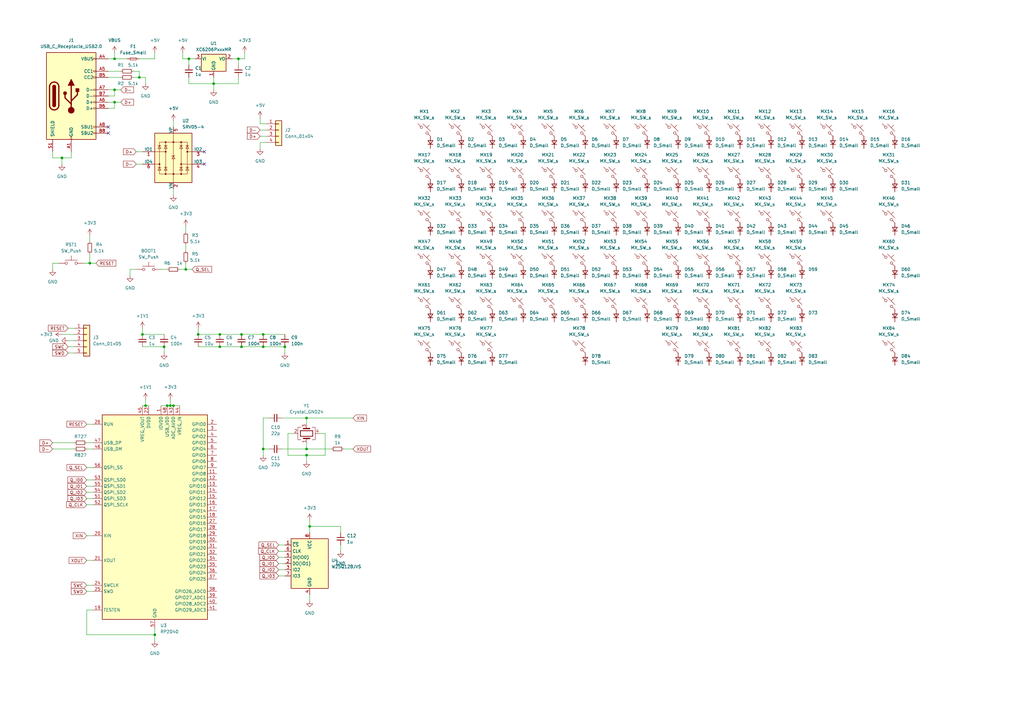
<source format=kicad_sch>
(kicad_sch (version 20230121) (generator eeschema)
  (paper "A3")
  (junction (at 68.58 166.37))
  (junction (at 76.2 110.49))
  (junction (at 99.06 142.24))
  (junction (at 107.95 142.24))
  (junction (at 125.73 184.15))
  (junction (at 63.5 260.35))
  (junction (at 71.12 166.37))
  (junction (at 67.31 142.24))
  (junction (at 46.99 36.83))
  (junction (at 46.99 41.91))
  (junction (at 81.28 137.16))
  (junction (at 57.15 31.75))
  (junction (at 125.73 186.69))
  (junction (at 77.47 24.13))
  (junction (at 58.42 137.16))
  (junction (at 59.69 166.37))
  (junction (at 127 215.9))
  (junction (at 46.99 24.13))
  (junction (at 87.63 34.29))
  (junction (at 90.17 142.24))
  (junction (at 97.79 24.13))
  (junction (at 107.95 137.16))
  (junction (at 36.83 107.95))
  (junction (at 125.73 171.45))
  (junction (at 25.4 64.77))
  (junction (at 90.17 137.16))
  (junction (at 116.84 142.24))
  (junction (at 107.95 184.15))
  (junction (at 99.06 137.16))
  (junction (at 69.85 166.37))
  (no_connect (at 44.45 52.07))
  (no_connect (at 44.45 54.61))
  (no_connect (at 83.82 62.23))
  (no_connect (at 83.82 67.31))
  (wire (pts (xy 116.84 142.24) (xy 116.84 144.78)))
  (wire (pts (xy 106.68 58.42) (xy 109.22 58.42)))
  (wire (pts (xy 27.94 139.7) (xy 30.48 139.7)))
  (wire (pts (xy 71.12 166.37) (xy 73.66 166.37)))
  (wire (pts (xy 140.97 184.15) (xy 144.78 184.15)))
  (wire (pts (xy 34.29 107.95) (xy 36.83 107.95)))
  (wire (pts (xy 69.85 166.37) (xy 71.12 166.37)))
  (wire (pts (xy 25.4 67.31) (xy 25.4 64.77)))
  (wire (pts (xy 57.15 31.75) (xy 54.61 31.75)))
  (wire (pts (xy 44.45 36.83) (xy 46.99 36.83)))
  (wire (pts (xy 71.12 49.53) (xy 71.12 52.07)))
  (wire (pts (xy 44.45 41.91) (xy 46.99 41.91)))
  (wire (pts (xy 73.66 110.49) (xy 76.2 110.49)))
  (wire (pts (xy 139.7 215.9) (xy 139.7 218.44)))
  (wire (pts (xy 35.56 199.39) (xy 38.1 199.39)))
  (wire (pts (xy 99.06 142.24) (xy 107.95 142.24)))
  (wire (pts (xy 127 215.9) (xy 139.7 215.9)))
  (wire (pts (xy 35.56 191.77) (xy 38.1 191.77)))
  (wire (pts (xy 58.42 134.62) (xy 58.42 137.16)))
  (wire (pts (xy 87.63 36.83) (xy 87.63 34.29)))
  (wire (pts (xy 74.93 24.13) (xy 74.93 21.59)))
  (wire (pts (xy 44.45 31.75) (xy 49.53 31.75)))
  (wire (pts (xy 25.4 64.77) (xy 21.59 64.77)))
  (wire (pts (xy 35.56 260.35) (xy 63.5 260.35)))
  (wire (pts (xy 133.35 177.8) (xy 130.81 177.8)))
  (wire (pts (xy 24.13 107.95) (xy 21.59 107.95)))
  (wire (pts (xy 27.94 144.78) (xy 30.48 144.78)))
  (wire (pts (xy 107.95 184.15) (xy 107.95 186.69)))
  (wire (pts (xy 118.11 177.8) (xy 118.11 186.69)))
  (wire (pts (xy 77.47 31.75) (xy 77.47 34.29)))
  (wire (pts (xy 90.17 137.16) (xy 99.06 137.16)))
  (wire (pts (xy 115.57 184.15) (xy 125.73 184.15)))
  (wire (pts (xy 46.99 24.13) (xy 44.45 24.13)))
  (wire (pts (xy 106.68 48.26) (xy 106.68 50.8)))
  (wire (pts (xy 38.1 250.19) (xy 35.56 250.19)))
  (wire (pts (xy 57.15 31.75) (xy 59.69 31.75)))
  (wire (pts (xy 110.49 184.15) (xy 107.95 184.15)))
  (wire (pts (xy 63.5 21.59) (xy 63.5 24.13)))
  (wire (pts (xy 67.31 142.24) (xy 67.31 144.78)))
  (wire (pts (xy 107.95 142.24) (xy 116.84 142.24)))
  (wire (pts (xy 35.56 250.19) (xy 35.56 260.35)))
  (wire (pts (xy 114.3 233.68) (xy 116.84 233.68)))
  (wire (pts (xy 25.4 137.16) (xy 30.48 137.16)))
  (wire (pts (xy 35.56 229.87) (xy 38.1 229.87)))
  (wire (pts (xy 114.3 223.52) (xy 116.84 223.52)))
  (wire (pts (xy 139.7 223.52) (xy 139.7 226.06)))
  (wire (pts (xy 35.56 207.01) (xy 38.1 207.01)))
  (wire (pts (xy 53.34 110.49) (xy 53.34 113.03)))
  (wire (pts (xy 107.95 184.15) (xy 107.95 171.45)))
  (wire (pts (xy 125.73 186.69) (xy 133.35 186.69)))
  (wire (pts (xy 106.68 53.34) (xy 109.22 53.34)))
  (wire (pts (xy 125.73 171.45) (xy 144.78 171.45)))
  (wire (pts (xy 58.42 137.16) (xy 67.31 137.16)))
  (wire (pts (xy 35.56 204.47) (xy 38.1 204.47)))
  (wire (pts (xy 68.58 166.37) (xy 69.85 166.37)))
  (wire (pts (xy 76.2 92.71) (xy 76.2 95.25)))
  (wire (pts (xy 77.47 34.29) (xy 87.63 34.29)))
  (wire (pts (xy 35.56 181.61) (xy 38.1 181.61)))
  (wire (pts (xy 63.5 257.81) (xy 63.5 260.35)))
  (wire (pts (xy 125.73 186.69) (xy 125.73 189.23)))
  (wire (pts (xy 44.45 44.45) (xy 46.99 44.45)))
  (wire (pts (xy 115.57 171.45) (xy 125.73 171.45)))
  (wire (pts (xy 59.69 31.75) (xy 59.69 34.29)))
  (wire (pts (xy 36.83 107.95) (xy 39.37 107.95)))
  (wire (pts (xy 21.59 181.61) (xy 30.48 181.61)))
  (wire (pts (xy 81.28 134.62) (xy 81.28 137.16)))
  (wire (pts (xy 58.42 142.24) (xy 67.31 142.24)))
  (wire (pts (xy 46.99 36.83) (xy 49.53 36.83)))
  (wire (pts (xy 35.56 184.15) (xy 38.1 184.15)))
  (wire (pts (xy 114.3 231.14) (xy 116.84 231.14)))
  (wire (pts (xy 100.33 21.59) (xy 100.33 24.13)))
  (wire (pts (xy 46.99 24.13) (xy 52.07 24.13)))
  (wire (pts (xy 99.06 137.16) (xy 107.95 137.16)))
  (wire (pts (xy 120.65 177.8) (xy 118.11 177.8)))
  (wire (pts (xy 133.35 186.69) (xy 133.35 177.8)))
  (wire (pts (xy 76.2 110.49) (xy 78.74 110.49)))
  (wire (pts (xy 46.99 21.59) (xy 46.99 24.13)))
  (wire (pts (xy 54.61 29.21) (xy 57.15 29.21)))
  (wire (pts (xy 125.73 171.45) (xy 125.73 173.99)))
  (wire (pts (xy 21.59 107.95) (xy 21.59 110.49)))
  (wire (pts (xy 35.56 196.85) (xy 38.1 196.85)))
  (wire (pts (xy 55.88 110.49) (xy 53.34 110.49)))
  (wire (pts (xy 66.04 110.49) (xy 68.58 110.49)))
  (wire (pts (xy 55.88 67.31) (xy 58.42 67.31)))
  (wire (pts (xy 107.95 171.45) (xy 110.49 171.45)))
  (wire (pts (xy 106.68 50.8) (xy 109.22 50.8)))
  (wire (pts (xy 71.12 77.47) (xy 71.12 80.01)))
  (wire (pts (xy 97.79 34.29) (xy 87.63 34.29)))
  (wire (pts (xy 35.56 173.99) (xy 38.1 173.99)))
  (wire (pts (xy 114.3 236.22) (xy 116.84 236.22)))
  (wire (pts (xy 27.94 134.62) (xy 30.48 134.62)))
  (wire (pts (xy 106.68 55.88) (xy 109.22 55.88)))
  (wire (pts (xy 77.47 24.13) (xy 77.47 26.67)))
  (wire (pts (xy 114.3 226.06) (xy 116.84 226.06)))
  (wire (pts (xy 81.28 142.24) (xy 90.17 142.24)))
  (wire (pts (xy 36.83 104.14) (xy 36.83 107.95)))
  (wire (pts (xy 29.21 64.77) (xy 29.21 62.23)))
  (wire (pts (xy 106.68 60.96) (xy 106.68 58.42)))
  (wire (pts (xy 35.56 240.03) (xy 38.1 240.03)))
  (wire (pts (xy 90.17 142.24) (xy 99.06 142.24)))
  (wire (pts (xy 44.45 29.21) (xy 49.53 29.21)))
  (wire (pts (xy 80.01 24.13) (xy 77.47 24.13)))
  (wire (pts (xy 100.33 24.13) (xy 97.79 24.13)))
  (wire (pts (xy 118.11 186.69) (xy 125.73 186.69)))
  (wire (pts (xy 127 218.44) (xy 127 215.9)))
  (wire (pts (xy 107.95 137.16) (xy 116.84 137.16)))
  (wire (pts (xy 21.59 184.15) (xy 30.48 184.15)))
  (wire (pts (xy 127 243.84) (xy 127 246.38)))
  (wire (pts (xy 25.4 64.77) (xy 29.21 64.77)))
  (wire (pts (xy 35.56 201.93) (xy 38.1 201.93)))
  (wire (pts (xy 97.79 24.13) (xy 95.25 24.13)))
  (wire (pts (xy 69.85 163.83) (xy 69.85 166.37)))
  (wire (pts (xy 63.5 24.13) (xy 57.15 24.13)))
  (wire (pts (xy 27.94 142.24) (xy 30.48 142.24)))
  (wire (pts (xy 76.2 100.33) (xy 76.2 102.87)))
  (wire (pts (xy 76.2 107.95) (xy 76.2 110.49)))
  (wire (pts (xy 77.47 24.13) (xy 74.93 24.13)))
  (wire (pts (xy 127 213.36) (xy 127 215.9)))
  (wire (pts (xy 97.79 24.13) (xy 97.79 26.67)))
  (wire (pts (xy 46.99 39.37) (xy 46.99 36.83)))
  (wire (pts (xy 125.73 184.15) (xy 135.89 184.15)))
  (wire (pts (xy 21.59 64.77) (xy 21.59 62.23)))
  (wire (pts (xy 87.63 31.75) (xy 87.63 34.29)))
  (wire (pts (xy 81.28 137.16) (xy 90.17 137.16)))
  (wire (pts (xy 59.69 166.37) (xy 60.96 166.37)))
  (wire (pts (xy 58.42 166.37) (xy 59.69 166.37)))
  (wire (pts (xy 46.99 41.91) (xy 46.99 44.45)))
  (wire (pts (xy 35.56 242.57) (xy 38.1 242.57)))
  (wire (pts (xy 97.79 31.75) (xy 97.79 34.29)))
  (wire (pts (xy 57.15 29.21) (xy 57.15 31.75)))
  (wire (pts (xy 46.99 41.91) (xy 49.53 41.91)))
  (wire (pts (xy 55.88 62.23) (xy 58.42 62.23)))
  (wire (pts (xy 114.3 228.6) (xy 116.84 228.6)))
  (wire (pts (xy 63.5 260.35) (xy 63.5 262.89)))
  (wire (pts (xy 59.69 163.83) (xy 59.69 166.37)))
  (wire (pts (xy 36.83 96.52) (xy 36.83 99.06)))
  (wire (pts (xy 125.73 181.61) (xy 125.73 184.15)))
  (wire (pts (xy 35.56 219.71) (xy 38.1 219.71)))
  (wire (pts (xy 44.45 39.37) (xy 46.99 39.37)))
  (wire (pts (xy 66.04 166.37) (xy 68.58 166.37)))
  (global_label "Q_I03" (shape input) (at 114.3 236.22 180) (property "Intersheetrefs" "${INTERSHEET_REFS}" (effects hide)))
  (global_label "Q_I02" (shape input) (at 35.56 201.93 180) (property "Intersheetrefs" "${INTERSHEET_REFS}" (effects hide)))
  (global_label "D-" (shape input) (at 55.88 67.31 180) (property "Intersheetrefs" "${INTERSHEET_REFS}" (effects hide)))
  (global_label "RESET" (shape input) (at 27.94 134.62 180) (property "Intersheetrefs" "${INTERSHEET_REFS}" (effects hide)))
  (global_label "D-" (shape input) (at 21.59 184.15 180) (property "Intersheetrefs" "${INTERSHEET_REFS}" (effects hide)))
  (global_label "Q_I03" (shape input) (at 35.56 204.47 180) (property "Intersheetrefs" "${INTERSHEET_REFS}" (effects hide)))
  (global_label "XIN" (shape input) (at 144.78 171.45 0) (property "Intersheetrefs" "${INTERSHEET_REFS}" (effects hide)))
  (global_label "Q_I01" (shape input) (at 114.3 231.14 180) (property "Intersheetrefs" "${INTERSHEET_REFS}" (effects hide)))
  (global_label "D+" (shape input) (at 106.68 55.88 180) (property "Intersheetrefs" "${INTERSHEET_REFS}" (effects hide)))
  (global_label "Q_I00" (shape input) (at 35.56 196.85 180) (property "Intersheetrefs" "${INTERSHEET_REFS}" (effects hide)))
  (global_label "RESET" (shape input) (at 35.56 173.99 180) (property "Intersheetrefs" "${INTERSHEET_REFS}" (effects hide)))
  (global_label "Q_I02" (shape input) (at 114.3 233.68 180) (property "Intersheetrefs" "${INTERSHEET_REFS}" (effects hide)))
  (global_label "SWC" (shape input) (at 27.94 142.24 180) (property "Intersheetrefs" "${INTERSHEET_REFS}" (effects hide)))
  (global_label "D-" (shape input) (at 49.53 36.83 0) (property "Intersheetrefs" "${INTERSHEET_REFS}" (effects hide)))
  (global_label "XIN" (shape input) (at 35.56 219.71 180) (property "Intersheetrefs" "${INTERSHEET_REFS}" (effects hide)))
  (global_label "Q_CLK" (shape input) (at 35.56 207.01 180) (property "Intersheetrefs" "${INTERSHEET_REFS}" (effects hide)))
  (global_label "D+" (shape input) (at 55.88 62.23 180) (property "Intersheetrefs" "${INTERSHEET_REFS}" (effects hide)))
  (global_label "Q_I00" (shape input) (at 114.3 228.6 180) (property "Intersheetrefs" "${INTERSHEET_REFS}" (effects hide)))
  (global_label "SWD" (shape input) (at 35.56 242.57 180) (property "Intersheetrefs" "${INTERSHEET_REFS}" (effects hide)))
  (global_label "D+" (shape input) (at 21.59 181.61 180) (property "Intersheetrefs" "${INTERSHEET_REFS}" (effects hide)))
  (global_label "Q_I01" (shape input) (at 35.56 199.39 180) (property "Intersheetrefs" "${INTERSHEET_REFS}" (effects hide)))
  (global_label "D+" (shape input) (at 49.53 41.91 0) (property "Intersheetrefs" "${INTERSHEET_REFS}" (effects hide)))
  (global_label "Q_SEL" (shape input) (at 78.74 110.49 0) (property "Intersheetrefs" "${INTERSHEET_REFS}" (effects hide)))
  (global_label "D-" (shape input) (at 106.68 53.34 180) (property "Intersheetrefs" "${INTERSHEET_REFS}" (effects hide)))
  (global_label "SWC" (shape input) (at 35.56 240.03 180) (property "Intersheetrefs" "${INTERSHEET_REFS}" (effects hide)))
  (global_label "Q_SEL" (shape input) (at 35.56 191.77 180) (property "Intersheetrefs" "${INTERSHEET_REFS}" (effects hide)))
  (global_label "RESET" (shape input) (at 39.37 107.95 0) (property "Intersheetrefs" "${INTERSHEET_REFS}" (effects hide)))
  (global_label "XOUT" (shape input) (at 144.78 184.15 0) (property "Intersheetrefs" "${INTERSHEET_REFS}" (effects hide)))
  (global_label "Q_CLK" (shape input) (at 114.3 226.06 180) (property "Intersheetrefs" "${INTERSHEET_REFS}" (effects hide)))
  (global_label "XOUT" (shape input) (at 35.56 229.87 180) (property "Intersheetrefs" "${INTERSHEET_REFS}" (effects hide)))
  (global_label "Q_SEL" (shape input) (at 114.3 223.52 180) (property "Intersheetrefs" "${INTERSHEET_REFS}" (effects hide)))
  (global_label "SWD" (shape input) (at 27.94 144.78 180) (property "Intersheetrefs" "${INTERSHEET_REFS}" (effects hide)))
  (symbol (lib_id "PCM_marbastlib-mx:MX_SW_solder") (at 199.39 53.34 0) (unit 1)
    (property "Reference" "MX3" (at 199.39 45.72 0))
    (property "Value" "MX_SW_s" (at 199.39 48.26 0))
    (property "Footprint" "PCM_marbastlib-mx:SW_MX_1u" (effects hide))
  )
  (symbol (lib_id "PCM_marbastlib-mx:MX_SW_solder") (at 173.99 71.12 0) (unit 1)
    (property "Reference" "MX17" (at 173.99 63.5 0))
    (property "Value" "MX_SW_s" (at 173.99 66.04 0))
    (property "Footprint" "PCM_marbastlib-mx:SW_MX_1u" (effects hide))
  )
  (symbol (lib_id "PCM_marbastlib-mx:MX_SW_solder") (at 275.59 142.24 0) (unit 1)
    (property "Reference" "MX79" (at 275.59 134.62 0))
    (property "Value" "MX_SW_s" (at 275.59 137.16 0))
    (property "Footprint" "PCM_marbastlib-mx:SW_MX_1u" (effects hide))
  )
  (symbol (lib_id "power:+3V3") (at 76.2 92.71 0) (unit 1)
    (property "Reference" "#PWR012" (effects hide))
    (property "Value" "+3V3" (at 76.2 87.63 0))
  )
  (symbol (lib_id "Device:C_Small") (at 116.84 139.7 0) (unit 1)
    (property "Reference" "C9" (at 119.38 138.4363 0) (effects (justify left)))
    (property "Value" "100n" (at 119.38 140.9763 0) (effects (justify left)))
    (property "Footprint" "Capacitor_SMD:C_0402_1005Metric" (effects hide))
  )
  (symbol (lib_id "PCM_marbastlib-mx:MX_SW_solder") (at 224.79 88.9 0) (unit 1)
    (property "Reference" "MX36" (at 224.79 81.28 0))
    (property "Value" "MX_SW_s" (at 224.79 83.82 0))
    (property "Footprint" "PCM_marbastlib-mx:SW_MX_1u" (effects hide))
  )
  (symbol (lib_id "PCM_marbastlib-mx:MX_SW_solder") (at 212.09 124.46 0) (unit 1)
    (property "Reference" "MX64" (at 212.09 116.84 0))
    (property "Value" "MX_SW_s" (at 212.09 119.38 0))
    (property "Footprint" "PCM_marbastlib-mx:SW_MX_1u" (effects hide))
  )
  (symbol (lib_id "PCM_marbastlib-mx:MX_SW_solder") (at 237.49 106.68 0) (unit 1)
    (property "Reference" "MX52" (at 237.49 99.06 0))
    (property "Value" "MX_SW_s" (at 237.49 101.6 0))
    (property "Footprint" "PCM_marbastlib-mx:SW_MX_1u" (effects hide))
  )
  (symbol (lib_id "power:VBUS") (at 46.99 21.59 0) (unit 1)
    (property "Reference" "#PWR01" (effects hide))
    (property "Value" "VBUS" (at 46.99 16.51 0))
  )
  (symbol (lib_id "power:+3V3") (at 69.85 163.83 0) (unit 1)
    (property "Reference" "#PWR023" (effects hide))
    (property "Value" "+3V3" (at 69.85 158.75 0))
  )
  (symbol (lib_id "Device:D_Small") (at 303.53 93.98 90) (unit 1)
    (property "Reference" "D42" (at 306.07 92.71 90) (effects (justify right)))
    (property "Value" "D_Small" (at 306.07 95.25 90) (effects (justify right)))
    (property "Footprint" "Diode_SMD:D_SOD-123" (effects hide))
    (property "Sim.Device" "D" (effects hide))
    (property "Sim.Pins" "1=K 2=A" (effects hide))
  )
  (symbol (lib_id "Device:C_Small") (at 99.06 139.7 0) (unit 1)
    (property "Reference" "C7" (at 101.6 138.4363 0) (effects (justify left)))
    (property "Value" "100n" (at 101.6 140.9763 0) (effects (justify left)))
    (property "Footprint" "Capacitor_SMD:C_0402_1005Metric" (effects hide))
  )
  (symbol (lib_id "Device:D_Small") (at 240.03 147.32 90) (unit 1)
    (property "Reference" "D78" (at 242.57 146.05 90) (effects (justify right)))
    (property "Value" "D_Small" (at 242.57 148.59 90) (effects (justify right)))
    (property "Footprint" "Diode_SMD:D_SOD-123" (effects hide))
    (property "Sim.Device" "D" (effects hide))
    (property "Sim.Pins" "1=K 2=A" (effects hide))
  )
  (symbol (lib_id "Device:D_Small") (at 201.93 129.54 90) (unit 1)
    (property "Reference" "D63" (at 204.47 128.27 90) (effects (justify right)))
    (property "Value" "D_Small" (at 204.47 130.81 90) (effects (justify right)))
    (property "Footprint" "Diode_SMD:D_SOD-123" (effects hide))
    (property "Sim.Device" "D" (effects hide))
    (property "Sim.Pins" "1=K 2=A" (effects hide))
  )
  (symbol (lib_id "Device:D_Small") (at 290.83 147.32 90) (unit 1)
    (property "Reference" "D80" (at 293.37 146.05 90) (effects (justify right)))
    (property "Value" "D_Small" (at 293.37 148.59 90) (effects (justify right)))
    (property "Footprint" "Diode_SMD:D_SOD-123" (effects hide))
    (property "Sim.Device" "D" (effects hide))
    (property "Sim.Pins" "1=K 2=A" (effects hide))
  )
  (symbol (lib_id "PCM_marbastlib-mx:MX_SW_solder") (at 326.39 88.9 0) (unit 1)
    (property "Reference" "MX44" (at 326.39 81.28 0))
    (property "Value" "MX_SW_s" (at 326.39 83.82 0))
    (property "Footprint" "PCM_marbastlib-mx:SW_MX_1u" (effects hide))
  )
  (symbol (lib_id "Device:D_Small") (at 176.53 111.76 90) (unit 1)
    (property "Reference" "D47" (at 179.07 110.49 90) (effects (justify right)))
    (property "Value" "D_Small" (at 179.07 113.03 90) (effects (justify right)))
    (property "Footprint" "Diode_SMD:D_SOD-123" (effects hide))
    (property "Sim.Device" "D" (effects hide))
    (property "Sim.Pins" "1=K 2=A" (effects hide))
  )
  (symbol (lib_id "PCM_marbastlib-mx:MX_SW_solder") (at 224.79 53.34 0) (unit 1)
    (property "Reference" "MX5" (at 224.79 45.72 0))
    (property "Value" "MX_SW_s" (at 224.79 48.26 0))
    (property "Footprint" "PCM_marbastlib-mx:SW_MX_1u" (effects hide))
  )
  (symbol (lib_id "Device:R_Small") (at 33.02 181.61 90) (unit 1)
    (property "Reference" "R7" (at 31.75 179.07 90))
    (property "Value" "27" (at 34.29 179.07 90))
    (property "Footprint" "Resistor_SMD:R_0402_1005Metric" (effects hide))
  )
  (symbol (lib_id "Device:D_Small") (at 278.13 58.42 90) (unit 1)
    (property "Reference" "D9" (at 280.67 57.15 90) (effects (justify right)))
    (property "Value" "D_Small" (at 280.67 59.69 90) (effects (justify right)))
    (property "Footprint" "Diode_SMD:D_SOD-123" (effects hide))
    (property "Sim.Device" "D" (effects hide))
    (property "Sim.Pins" "1=K 2=A" (effects hide))
  )
  (symbol (lib_id "Device:D_Small") (at 214.63 58.42 90) (unit 1)
    (property "Reference" "D4" (at 217.17 57.15 90) (effects (justify right)))
    (property "Value" "D_Small" (at 217.17 59.69 90) (effects (justify right)))
    (property "Footprint" "Diode_SMD:D_SOD-123" (effects hide))
    (property "Sim.Device" "D" (effects hide))
    (property "Sim.Pins" "1=K 2=A" (effects hide))
  )
  (symbol (lib_id "Device:D_Small") (at 252.73 58.42 90) (unit 1)
    (property "Reference" "D7" (at 255.27 57.15 90) (effects (justify right)))
    (property "Value" "D_Small" (at 255.27 59.69 90) (effects (justify right)))
    (property "Footprint" "Diode_SMD:D_SOD-123" (effects hide))
    (property "Sim.Device" "D" (effects hide))
    (property "Sim.Pins" "1=K 2=A" (effects hide))
  )
  (symbol (lib_id "Device:D_Small") (at 252.73 93.98 90) (unit 1)
    (property "Reference" "D38" (at 255.27 92.71 90) (effects (justify right)))
    (property "Value" "D_Small" (at 255.27 95.25 90) (effects (justify right)))
    (property "Footprint" "Diode_SMD:D_SOD-123" (effects hide))
    (property "Sim.Device" "D" (effects hide))
    (property "Sim.Pins" "1=K 2=A" (effects hide))
  )
  (symbol (lib_id "Device:D_Small") (at 290.83 58.42 90) (unit 1)
    (property "Reference" "D10" (at 293.37 57.15 90) (effects (justify right)))
    (property "Value" "D_Small" (at 293.37 59.69 90) (effects (justify right)))
    (property "Footprint" "Diode_SMD:D_SOD-123" (effects hide))
    (property "Sim.Device" "D" (effects hide))
    (property "Sim.Pins" "1=K 2=A" (effects hide))
  )
  (symbol (lib_id "Device:D_Small") (at 189.23 147.32 90) (unit 1)
    (property "Reference" "D76" (at 191.77 146.05 90) (effects (justify right)))
    (property "Value" "D_Small" (at 191.77 148.59 90) (effects (justify right)))
    (property "Footprint" "Diode_SMD:D_SOD-123" (effects hide))
    (property "Sim.Device" "D" (effects hide))
    (property "Sim.Pins" "1=K 2=A" (effects hide))
  )
  (symbol (lib_id "PCM_marbastlib-mx:MX_SW_solder") (at 199.39 88.9 0) (unit 1)
    (property "Reference" "MX34" (at 199.39 81.28 0))
    (property "Value" "MX_SW_s" (at 199.39 83.82 0))
    (property "Footprint" "PCM_marbastlib-mx:SW_MX_1u" (effects hide))
  )
  (symbol (lib_id "Device:D_Small") (at 227.33 111.76 90) (unit 1)
    (property "Reference" "D51" (at 229.87 110.49 90) (effects (justify right)))
    (property "Value" "D_Small" (at 229.87 113.03 90) (effects (justify right)))
    (property "Footprint" "Diode_SMD:D_SOD-123" (effects hide))
    (property "Sim.Device" "D" (effects hide))
    (property "Sim.Pins" "1=K 2=A" (effects hide))
  )
  (symbol (lib_id "PCM_marbastlib-mx:MX_SW_solder") (at 224.79 106.68 0) (unit 1)
    (property "Reference" "MX51" (at 224.79 99.06 0))
    (property "Value" "MX_SW_s" (at 224.79 101.6 0))
    (property "Footprint" "PCM_marbastlib-mx:SW_MX_1u" (effects hide))
  )
  (symbol (lib_id "power:+1V1") (at 59.69 163.83 0) (unit 1)
    (property "Reference" "#PWR022" (effects hide))
    (property "Value" "+1V1" (at 59.69 158.75 0))
  )
  (symbol (lib_id "Device:C_Small") (at 139.7 220.98 0) (unit 1)
    (property "Reference" "C12" (at 142.24 219.7163 0) (effects (justify left)))
    (property "Value" "1u" (at 142.24 222.2563 0) (effects (justify left)))
    (property "Footprint" "Capacitor_SMD:C_0402_1005Metric" (effects hide))
  )
  (symbol (lib_id "power:GND") (at 139.7 226.06 0) (unit 1)
    (property "Reference" "#PWR027" (effects hide))
    (property "Value" "GND" (at 139.7 231.14 0))
  )
  (symbol (lib_id "Device:D_Small") (at 316.23 58.42 90) (unit 1)
    (property "Reference" "D12" (at 318.77 57.15 90) (effects (justify right)))
    (property "Value" "D_Small" (at 318.77 59.69 90) (effects (justify right)))
    (property "Footprint" "Diode_SMD:D_SOD-123" (effects hide))
    (property "Sim.Device" "D" (effects hide))
    (property "Sim.Pins" "1=K 2=A" (effects hide))
  )
  (symbol (lib_id "PCM_marbastlib-mx:MX_SW_solder") (at 173.99 106.68 0) (unit 1)
    (property "Reference" "MX47" (at 173.99 99.06 0))
    (property "Value" "MX_SW_s" (at 173.99 101.6 0))
    (property "Footprint" "PCM_marbastlib-mx:SW_MX_1.75u" (effects hide))
  )
  (symbol (lib_id "power:GND") (at 59.69 34.29 0) (unit 1)
    (property "Reference" "#PWR05" (effects hide))
    (property "Value" "GND" (at 59.69 39.37 0))
  )
  (symbol (lib_id "Device:D_Small") (at 214.63 129.54 90) (unit 1)
    (property "Reference" "D64" (at 217.17 128.27 90) (effects (justify right)))
    (property "Value" "D_Small" (at 217.17 130.81 90) (effects (justify right)))
    (property "Footprint" "Diode_SMD:D_SOD-123" (effects hide))
    (property "Sim.Device" "D" (effects hide))
    (property "Sim.Pins" "1=K 2=A" (effects hide))
  )
  (symbol (lib_id "Device:D_Small") (at 316.23 76.2 90) (unit 1)
    (property "Reference" "D28" (at 318.77 74.93 90) (effects (justify right)))
    (property "Value" "D_Small" (at 318.77 77.47 90) (effects (justify right)))
    (property "Footprint" "Diode_SMD:D_SOD-123" (effects hide))
    (property "Sim.Device" "D" (effects hide))
    (property "Sim.Pins" "1=K 2=A" (effects hide))
  )
  (symbol (lib_id "Device:D_Small") (at 367.03 129.54 90) (unit 1)
    (property "Reference" "D74" (at 369.57 128.27 90) (effects (justify right)))
    (property "Value" "D_Small" (at 369.57 130.81 90) (effects (justify right)))
    (property "Footprint" "Diode_SMD:D_SOD-123" (effects hide))
    (property "Sim.Device" "D" (effects hide))
    (property "Sim.Pins" "1=K 2=A" (effects hide))
  )
  (symbol (lib_id "PCM_marbastlib-mx:MX_SW_solder") (at 364.49 106.68 0) (unit 1)
    (property "Reference" "MX60" (at 364.49 99.06 0))
    (property "Value" "MX_SW_s" (at 364.49 101.6 0))
    (property "Footprint" "PCM_marbastlib-mx:SW_MX_1u" (effects hide))
  )
  (symbol (lib_id "PCM_marbastlib-mx:MX_SW_solder") (at 250.19 106.68 0) (unit 1)
    (property "Reference" "MX53" (at 250.19 99.06 0))
    (property "Value" "MX_SW_s" (at 250.19 101.6 0))
    (property "Footprint" "PCM_marbastlib-mx:SW_MX_1u" (effects hide))
  )
  (symbol (lib_id "Switch:SW_Push") (at 29.21 107.95 0) (unit 1)
    (property "Reference" "RST1" (at 29.21 100.33 0))
    (property "Value" "SW_Push" (at 29.21 102.87 0))
    (property "Footprint" "Button_Switch_SMD:SW_SPST_TL3342" (effects hide))
  )
  (symbol (lib_id "PCM_marbastlib-mx:MX_SW_solder") (at 250.19 88.9 0) (unit 1)
    (property "Reference" "MX38" (at 250.19 81.28 0))
    (property "Value" "MX_SW_s" (at 250.19 83.82 0))
    (property "Footprint" "PCM_marbastlib-mx:SW_MX_1u" (effects hide))
  )
  (symbol (lib_id "PCM_marbastlib-mx:MX_SW_solder") (at 288.29 88.9 0) (unit 1)
    (property "Reference" "MX41" (at 288.29 81.28 0))
    (property "Value" "MX_SW_s" (at 288.29 83.82 0))
    (property "Footprint" "PCM_marbastlib-mx:SW_MX_1u" (effects hide))
  )
  (symbol (lib_id "Device:R_Small") (at 71.12 110.49 90) (unit 1)
    (property "Reference" "R6" (at 68.58 107.95 90))
    (property "Value" "1k" (at 73.66 107.95 90))
    (property "Footprint" "Resistor_SMD:R_0402_1005Metric" (effects hide))
  )
  (symbol (lib_id "Device:D_Small") (at 227.33 93.98 90) (unit 1)
    (property "Reference" "D36" (at 229.87 92.71 90) (effects (justify right)))
    (property "Value" "D_Small" (at 229.87 95.25 90) (effects (justify right)))
    (property "Footprint" "Diode_SMD:D_SOD-123" (effects hide))
    (property "Sim.Device" "D" (effects hide))
    (property "Sim.Pins" "1=K 2=A" (effects hide))
  )
  (symbol (lib_id "PCM_marbastlib-mx:MX_SW_solder") (at 199.39 124.46 0) (unit 1)
    (property "Reference" "MX63" (at 199.39 116.84 0))
    (property "Value" "MX_SW_s" (at 199.39 119.38 0))
    (property "Footprint" "PCM_marbastlib-mx:SW_MX_1u" (effects hide))
  )
  (symbol (lib_id "Device:D_Small") (at 278.13 111.76 90) (unit 1)
    (property "Reference" "D55" (at 280.67 110.49 90) (effects (justify right)))
    (property "Value" "D_Small" (at 280.67 113.03 90) (effects (justify right)))
    (property "Footprint" "Diode_SMD:D_SOD-123" (effects hide))
    (property "Sim.Device" "D" (effects hide))
    (property "Sim.Pins" "1=K 2=A" (effects hide))
  )
  (symbol (lib_id "PCM_marbastlib-mx:MX_SW_solder") (at 339.09 71.12 0) (unit 1)
    (property "Reference" "MX30" (at 339.09 63.5 0))
    (property "Value" "MX_SW_s" (at 339.09 66.04 0))
    (property "Footprint" "PCM_marbastlib-mx:STAB_MX_P_2u" (effects hide))
  )
  (symbol (lib_id "Device:D_Small") (at 214.63 93.98 90) (unit 1)
    (property "Reference" "D35" (at 217.17 92.71 90) (effects (justify right)))
    (property "Value" "D_Small" (at 217.17 95.25 90) (effects (justify right)))
    (property "Footprint" "Diode_SMD:D_SOD-123" (effects hide))
    (property "Sim.Device" "D" (effects hide))
    (property "Sim.Pins" "1=K 2=A" (effects hide))
  )
  (symbol (lib_id "PCM_marbastlib-mx:MX_SW_solder") (at 212.09 106.68 0) (unit 1)
    (property "Reference" "MX50" (at 212.09 99.06 0))
    (property "Value" "MX_SW_s" (at 212.09 101.6 0))
    (property "Footprint" "PCM_marbastlib-mx:SW_MX_1u" (effects hide))
  )
  (symbol (lib_id "PCM_marbastlib-mx:MX_SW_solder") (at 173.99 124.46 0) (unit 1)
    (property "Reference" "MX61" (at 173.99 116.84 0))
    (property "Value" "MX_SW_s" (at 173.99 119.38 0))
    (property "Footprint" "PCM_marbastlib-mx:STAB_MX_P_2.25u" (effects hide))
  )
  (symbol (lib_id "PCM_marbastlib-mx:MX_SW_solder") (at 173.99 142.24 0) (unit 1)
    (property "Reference" "MX75" (at 173.99 134.62 0))
    (property "Value" "MX_SW_s" (at 173.99 137.16 0))
    (property "Footprint" "PCM_marbastlib-mx:SW_MX_1.25u" (effects hide))
  )
  (symbol (lib_id "PCM_marbastlib-mx:MX_SW_solder") (at 364.49 88.9 0) (unit 1)
    (property "Reference" "MX46" (at 364.49 81.28 0))
    (property "Value" "MX_SW_s" (at 364.49 83.82 0))
    (property "Footprint" "PCM_marbastlib-mx:SW_MX_1u" (effects hide))
  )
  (symbol (lib_id "PCM_marbastlib-mx:MX_SW_solder") (at 300.99 124.46 0) (unit 1)
    (property "Reference" "MX71" (at 300.99 116.84 0))
    (property "Value" "MX_SW_s" (at 300.99 119.38 0))
    (property "Footprint" "PCM_marbastlib-mx:SW_MX_1u" (effects hide))
  )
  (symbol (lib_id "PCM_marbastlib-mx:MX_SW_solder") (at 250.19 71.12 0) (unit 1)
    (property "Reference" "MX23" (at 250.19 63.5 0))
    (property "Value" "MX_SW_s" (at 250.19 66.04 0))
    (property "Footprint" "PCM_marbastlib-mx:SW_MX_1u" (effects hide))
  )
  (symbol (lib_id "Device:Fuse_Small") (at 54.61 24.13 0) (unit 1)
    (property "Reference" "F1" (at 54.61 19.05 0))
    (property "Value" "Fuse_Small" (at 54.61 21.59 0))
    (property "Footprint" "Fuse:Fuse_1206_3216Metric" (effects hide))
  )
  (symbol (lib_id "PCM_marbastlib-mx:MX_SW_solder") (at 339.09 53.34 0) (unit 1)
    (property "Reference" "MX14" (at 339.09 45.72 0))
    (property "Value" "MX_SW_s" (at 339.09 48.26 0))
    (property "Footprint" "PCM_marbastlib-mx:SW_MX_1u" (effects hide))
  )
  (symbol (lib_id "power:+3V3") (at 127 213.36 0) (unit 1)
    (property "Reference" "#PWR026" (effects hide))
    (property "Value" "+3V3" (at 127 208.28 0))
  )
  (symbol (lib_id "PCM_marbastlib-mx:MX_SW_solder") (at 224.79 71.12 0) (unit 1)
    (property "Reference" "MX21" (at 224.79 63.5 0))
    (property "Value" "MX_SW_s" (at 224.79 66.04 0))
    (property "Footprint" "PCM_marbastlib-mx:SW_MX_1u" (effects hide))
  )
  (symbol (lib_id "Device:D_Small") (at 189.23 129.54 90) (unit 1)
    (property "Reference" "D62" (at 191.77 128.27 90) (effects (justify right)))
    (property "Value" "D_Small" (at 191.77 130.81 90) (effects (justify right)))
    (property "Footprint" "Diode_SMD:D_SOD-123" (effects hide))
    (property "Sim.Device" "D" (effects hide))
    (property "Sim.Pins" "1=K 2=A" (effects hide))
  )
  (symbol (lib_id "Device:R_Small") (at 36.83 101.6 0) (unit 1)
    (property "Reference" "R4" (at 40.64 100.33 0))
    (property "Value" "5.1k" (at 40.64 102.87 0))
    (property "Footprint" "Resistor_SMD:R_0402_1005Metric" (effects hide))
  )
  (symbol (lib_id "PCM_marbastlib-mx:MX_SW_solder") (at 326.39 124.46 0) (unit 1)
    (property "Reference" "MX73" (at 326.39 116.84 0))
    (property "Value" "MX_SW_s" (at 326.39 119.38 0))
    (property "Footprint" "PCM_marbastlib-mx:SW_MX_1u" (effects hide))
  )
  (symbol (lib_id "Device:D_Small") (at 303.53 58.42 90) (unit 1)
    (property "Reference" "D11" (at 306.07 57.15 90) (effects (justify right)))
    (property "Value" "D_Small" (at 306.07 59.69 90) (effects (justify right)))
    (property "Footprint" "Diode_SMD:D_SOD-123" (effects hide))
    (property "Sim.Device" "D" (effects hide))
    (property "Sim.Pins" "1=K 2=A" (effects hide))
  )
  (symbol (lib_id "PCM_marbastlib-mx:MX_SW_solder") (at 212.09 88.9 0) (unit 1)
    (property "Reference" "MX35" (at 212.09 81.28 0))
    (property "Value" "MX_SW_s" (at 212.09 83.82 0))
    (property "Footprint" "PCM_marbastlib-mx:SW_MX_1u" (effects hide))
  )
  (symbol (lib_id "power:GND") (at 71.12 80.01 0) (unit 1)
    (property "Reference" "#PWR011" (effects hide))
    (property "Value" "GND" (at 71.12 85.09 0))
  )
  (symbol (lib_id "PCM_marbastlib-mx:MX_SW_solder") (at 237.49 142.24 0) (unit 1)
    (property "Reference" "MX78" (at 237.49 134.62 0))
    (property "Value" "MX_SW_s" (at 237.49 137.16 0))
    (property "Footprint" "PCM_marbastlib-mx:STAB_MX_P_6.25u" (effects hide))
  )
  (symbol (lib_id "PCM_marbastlib-mx:MX_SW_solder") (at 186.69 53.34 0) (unit 1)
    (property "Reference" "MX2" (at 186.69 45.72 0))
    (property "Value" "MX_SW_s" (at 186.69 48.26 0))
    (property "Footprint" "PCM_marbastlib-mx:SW_MX_1u" (effects hide))
  )
  (symbol (lib_id "PCM_marbastlib-mx:MX_SW_solder") (at 237.49 71.12 0) (unit 1)
    (property "Reference" "MX22" (at 237.49 63.5 0))
    (property "Value" "MX_SW_s" (at 237.49 66.04 0))
    (property "Footprint" "PCM_marbastlib-mx:SW_MX_1u" (effects hide))
  )
  (symbol (lib_id "PCM_marbastlib-mx:MX_SW_solder") (at 300.99 71.12 0) (unit 1)
    (property "Reference" "MX27" (at 300.99 63.5 0))
    (property "Value" "MX_SW_s" (at 300.99 66.04 0))
    (property "Footprint" "PCM_marbastlib-mx:SW_MX_1u" (effects hide))
  )
  (symbol (lib_id "PCM_marbastlib-mx:MX_SW_solder") (at 224.79 124.46 0) (unit 1)
    (property "Reference" "MX65" (at 224.79 116.84 0))
    (property "Value" "MX_SW_s" (at 224.79 119.38 0))
    (property "Footprint" "PCM_marbastlib-mx:SW_MX_1u" (effects hide))
  )
  (symbol (lib_id "Device:D_Small") (at 367.03 93.98 90) (unit 1)
    (property "Reference" "D46" (at 369.57 92.71 90) (effects (justify right)))
    (property "Value" "D_Small" (at 369.57 95.25 90) (effects (justify right)))
    (property "Footprint" "Diode_SMD:D_SOD-123" (effects hide))
    (property "Sim.Device" "D" (effects hide))
    (property "Sim.Pins" "1=K 2=A" (effects hide))
  )
  (symbol (lib_id "PCM_marbastlib-mx:MX_SW_solder") (at 313.69 88.9 0) (unit 1)
    (property "Reference" "MX43" (at 313.69 81.28 0))
    (property "Value" "MX_SW_s" (at 313.69 83.82 0))
    (property "Footprint" "PCM_marbastlib-mx:SW_MX_1u" (effects hide))
  )
  (symbol (lib_id "PCM_marbastlib-mx:MX_SW_solder") (at 288.29 53.34 0) (unit 1)
    (property "Reference" "MX10" (at 288.29 45.72 0))
    (property "Value" "MX_SW_s" (at 288.29 48.26 0))
    (property "Footprint" "PCM_marbastlib-mx:SW_MX_1u" (effects hide))
  )
  (symbol (lib_id "Memory_Flash:W25Q128JVS") (at 127 231.14 0) (unit 1)
    (property "Reference" "U4" (at 135.89 229.87 0) (effects (justify left)))
    (property "Value" "W25Q128JVS" (at 135.89 232.41 0) (effects (justify left)))
    (property "Footprint" "Package_SO:SOIC-8_5.23x5.23mm_P1.27mm" (effects hide))
    (property "Datasheet" "http://www.winbond.com/resource-files/w25q128jv_dtr%20revc%2003272018%20plus.pdf" (effects hide))
  )
  (symbol (lib_id "PCM_marbastlib-mx:MX_SW_solder") (at 186.69 124.46 0) (unit 1)
    (property "Reference" "MX62" (at 186.69 116.84 0))
    (property "Value" "MX_SW_s" (at 186.69 119.38 0))
    (property "Footprint" "PCM_marbastlib-mx:SW_MX_1u" (effects hide))
  )
  (symbol (lib_id "Device:D_Small") (at 176.53 147.32 90) (unit 1)
    (property "Reference" "D75" (at 179.07 146.05 90) (effects (justify right)))
    (property "Value" "D_Small" (at 179.07 148.59 90) (effects (justify right)))
    (property "Footprint" "Diode_SMD:D_SOD-123" (effects hide))
    (property "Sim.Device" "D" (effects hide))
    (property "Sim.Pins" "1=K 2=A" (effects hide))
  )
  (symbol (lib_id "Device:R_Small") (at 76.2 105.41 0) (unit 1)
    (property "Reference" "R5" (at 80.01 104.14 0))
    (property "Value" "5.1k" (at 80.01 106.68 0))
    (property "Footprint" "Resistor_SMD:R_0402_1005Metric" (effects hide))
  )
  (symbol (lib_id "PCM_marbastlib-mx:MX_SW_solder") (at 186.69 88.9 0) (unit 1)
    (property "Reference" "MX33" (at 186.69 81.28 0))
    (property "Value" "MX_SW_s" (at 186.69 83.82 0))
    (property "Footprint" "PCM_marbastlib-mx:SW_MX_1u" (effects hide))
  )
  (symbol (lib_id "Device:R_Small") (at 33.02 184.15 270) (unit 1)
    (property "Reference" "R8" (at 31.75 186.69 90))
    (property "Value" "27" (at 34.29 186.69 90))
    (property "Footprint" "Resistor_SMD:R_0402_1005Metric" (effects hide))
  )
  (symbol (lib_id "power:+5V") (at 63.5 21.59 0) (unit 1)
    (property "Reference" "#PWR02" (effects hide))
    (property "Value" "+5V" (at 63.5 16.51 0))
  )
  (symbol (lib_id "Device:D_Small") (at 278.13 93.98 90) (unit 1)
    (property "Reference" "D40" (at 280.67 92.71 90) (effects (justify right)))
    (property "Value" "D_Small" (at 280.67 95.25 90) (effects (justify right)))
    (property "Footprint" "Diode_SMD:D_SOD-123" (effects hide))
    (property "Sim.Device" "D" (effects hide))
    (property "Sim.Pins" "1=K 2=A" (effects hide))
  )
  (symbol (lib_id "power:GND") (at 87.63 36.83 0) (unit 1)
    (property "Reference" "#PWR06" (effects hide))
    (property "Value" "GND" (at 87.63 41.91 0))
  )
  (symbol (lib_id "PCM_marbastlib-mx:MX_SW_solder") (at 199.39 142.24 0) (unit 1)
    (property "Reference" "MX77" (at 199.39 134.62 0))
    (property "Value" "MX_SW_s" (at 199.39 137.16 0))
    (property "Footprint" "PCM_marbastlib-mx:SW_MX_1.25u" (effects hide))
  )
  (symbol (lib_id "PCM_marbastlib-mx:MX_SW_solder") (at 237.49 53.34 0) (unit 1)
    (property "Reference" "MX6" (at 237.49 45.72 0))
    (property "Value" "MX_SW_s" (at 237.49 48.26 0))
    (property "Footprint" "PCM_marbastlib-mx:SW_MX_1u" (effects hide))
  )
  (symbol (lib_id "Device:D_Small") (at 265.43 129.54 90) (unit 1)
    (property "Reference" "D68" (at 267.97 128.27 90) (effects (justify right)))
    (property "Value" "D_Small" (at 267.97 130.81 90) (effects (justify right)))
    (property "Footprint" "Diode_SMD:D_SOD-123" (effects hide))
    (property "Sim.Device" "D" (effects hide))
    (property "Sim.Pins" "1=K 2=A" (effects hide))
  )
  (symbol (lib_id "Device:D_Small") (at 367.03 58.42 90) (unit 1)
    (property "Reference" "D16" (at 369.57 57.15 90) (effects (justify right)))
    (property "Value" "D_Small" (at 369.57 59.69 90) (effects (justify right)))
    (property "Footprint" "Diode_SMD:D_SOD-123" (effects hide))
    (property "Sim.Device" "D" (effects hide))
    (property "Sim.Pins" "1=K 2=A" (effects hide))
  )
  (symbol (lib_id "Device:D_Small") (at 328.93 76.2 90) (unit 1)
    (property "Reference" "D29" (at 331.47 74.93 90) (effects (justify right)))
    (property "Value" "D_Small" (at 331.47 77.47 90) (effects (justify right)))
    (property "Footprint" "Diode_SMD:D_SOD-123" (effects hide))
    (property "Sim.Device" "D" (effects hide))
    (property "Sim.Pins" "1=K 2=A" (effects hide))
  )
  (symbol (lib_id "PCM_marbastlib-mx:MX_SW_solder") (at 300.99 142.24 0) (unit 1)
    (property "Reference" "MX81" (at 300.99 134.62 0))
    (property "Value" "MX_SW_s" (at 300.99 137.16 0))
    (property "Footprint" "PCM_marbastlib-mx:SW_MX_1u" (effects hide))
  )
  (symbol (lib_id "Device:D_Small") (at 328.93 58.42 90) (unit 1)
    (property "Reference" "D13" (at 331.47 57.15 90) (effects (justify right)))
    (property "Value" "D_Small" (at 331.47 59.69 90) (effects (justify right)))
    (property "Footprint" "Diode_SMD:D_SOD-123" (effects hide))
    (property "Sim.Device" "D" (effects hide))
    (property "Sim.Pins" "1=K 2=A" (effects hide))
  )
  (symbol (lib_id "PCM_marbastlib-mx:MX_SW_solder") (at 364.49 142.24 0) (unit 1)
    (property "Reference" "MX84" (at 364.49 134.62 0))
    (property "Value" "MX_SW_s" (at 364.49 137.16 0))
    (property "Footprint" "PCM_marbastlib-mx:SW_MX_1u" (effects hide))
  )
  (symbol (lib_id "PCM_marbastlib-mx:MX_SW_solder") (at 262.89 106.68 0) (unit 1)
    (property "Reference" "MX54" (at 262.89 99.06 0))
    (property "Value" "MX_SW_s" (at 262.89 101.6 0))
    (property "Footprint" "PCM_marbastlib-mx:SW_MX_1u" (effects hide))
  )
  (symbol (lib_id "Device:D_Small") (at 303.53 129.54 90) (unit 1)
    (property "Reference" "D71" (at 306.07 128.27 90) (effects (justify right)))
    (property "Value" "D_Small" (at 306.07 130.81 90) (effects (justify right)))
    (property "Footprint" "Diode_SMD:D_SOD-123" (effects hide))
    (property "Sim.Device" "D" (effects hide))
    (property "Sim.Pins" "1=K 2=A" (effects hide))
  )
  (symbol (lib_id "PCM_marbastlib-mx:MX_SW_solder") (at 326.39 71.12 0) (unit 1)
    (property "Reference" "MX29" (at 326.39 63.5 0))
    (property "Value" "MX_SW_s" (at 326.39 66.04 0))
    (property "Footprint" "PCM_marbastlib-mx:SW_MX_1u" (effects hide))
  )
  (symbol (lib_id "power:+3V3") (at 100.33 21.59 0) (unit 1)
    (property "Reference" "#PWR04" (effects hide))
    (property "Value" "+3V3" (at 100.33 16.51 0))
  )
  (symbol (lib_id "Device:D_Small") (at 265.43 76.2 90) (unit 1)
    (property "Reference" "D24" (at 267.97 74.93 90) (effects (justify right)))
    (property "Value" "D_Small" (at 267.97 77.47 90) (effects (justify right)))
    (property "Footprint" "Diode_SMD:D_SOD-123" (effects hide))
    (property "Sim.Device" "D" (effects hide))
    (property "Sim.Pins" "1=K 2=A" (effects hide))
  )
  (symbol (lib_id "Regulator_Linear:XC6206PxxxMR") (at 87.63 24.13 0) (unit 1)
    (property "Reference" "U1" (at 87.63 17.78 0))
    (property "Value" "XC6206PxxxMR" (at 87.63 20.32 0))
    (property "Footprint" "Package_TO_SOT_SMD:SOT-23-3" (effects hide))
    (property "Datasheet" "https://www.torexsemi.com/file/xc6206/XC6206.pdf" (effects hide))
  )
  (symbol (lib_id "Device:D_Small") (at 278.13 129.54 90) (unit 1)
    (property "Reference" "D69" (at 280.67 128.27 90) (effects (justify right)))
    (property "Value" "D_Small" (at 280.67 130.81 90) (effects (justify right)))
    (property "Footprint" "Diode_SMD:D_SOD-123" (effects hide))
    (property "Sim.Device" "D" (effects hide))
    (property "Sim.Pins" "1=K 2=A" (effects hide))
  )
  (symbol (lib_id "Device:D_Small") (at 316.23 93.98 90) (unit 1)
    (property "Reference" "D43" (at 318.77 92.71 90) (effects (justify right)))
    (property "Value" "D_Small" (at 318.77 95.25 90) (effects (justify right)))
    (property "Footprint" "Diode_SMD:D_SOD-123" (effects hide))
    (property "Sim.Device" "D" (effects hide))
    (property "Sim.Pins" "1=K 2=A" (effects hide))
  )
  (symbol (lib_id "PCM_marbastlib-mx:MX_SW_solder") (at 275.59 106.68 0) (unit 1)
    (property "Reference" "MX55" (at 275.59 99.06 0))
    (property "Value" "MX_SW_s" (at 275.59 101.6 0))
    (property "Footprint" "PCM_marbastlib-mx:SW_MX_1u" (effects hide))
  )
  (symbol (lib_id "PCM_marbastlib-mx:MX_SW_solder") (at 339.09 88.9 0) (unit 1)
    (property "Reference" "MX45" (at 339.09 81.28 0))
    (property "Value" "MX_SW_s" (at 339.09 83.82 0))
    (property "Footprint" "PCM_marbastlib-mx:SW_MX_1.5u" (effects hide))
  )
  (symbol (lib_id "Device:D_Small") (at 316.23 129.54 90) (unit 1)
    (property "Reference" "D72" (at 318.77 128.27 90) (effects (justify right)))
    (property "Value" "D_Small" (at 318.77 130.81 90) (effects (justify right)))
    (property "Footprint" "Diode_SMD:D_SOD-123" (effects hide))
    (property "Sim.Device" "D" (effects hide))
    (property "Sim.Pins" "1=K 2=A" (effects hide))
  )
  (symbol (lib_id "power:GND") (at 63.5 262.89 0) (unit 1)
    (property "Reference" "#PWR029" (effects hide))
    (property "Value" "GND" (at 63.5 267.97 0))
  )
  (symbol (lib_id "PCM_marbastlib-mx:MX_SW_solder") (at 199.39 71.12 0) (unit 1)
    (property "Reference" "MX19" (at 199.39 63.5 0))
    (property "Value" "MX_SW_s" (at 199.39 66.04 0))
    (property "Footprint" "PCM_marbastlib-mx:SW_MX_1u" (effects hide))
  )
  (symbol (lib_id "Device:C_Small") (at 90.17 139.7 0) (unit 1)
    (property "Reference" "C6" (at 92.71 138.4363 0) (effects (justify left)))
    (property "Value" "1u" (at 92.71 140.9763 0) (effects (justify left)))
    (property "Footprint" "Capacitor_SMD:C_0402_1005Metric" (effects hide))
  )
  (symbol (lib_id "Device:D_Small") (at 201.93 76.2 90) (unit 1)
    (property "Reference" "D19" (at 204.47 74.93 90) (effects (justify right)))
    (property "Value" "D_Small" (at 204.47 77.47 90) (effects (justify right)))
    (property "Footprint" "Diode_SMD:D_SOD-123" (effects hide))
    (property "Sim.Device" "D" (effects hide))
    (property "Sim.Pins" "1=K 2=A" (effects hide))
  )
  (symbol (lib_id "Device:Crystal_GND24") (at 125.73 177.8 90) (unit 1)
    (property "Reference" "Y1" (at 125.73 166.37 90))
    (property "Value" "Crystal_GND24" (at 125.73 168.91 90))
    (property "Footprint" "Crystal:Crystal_SMD_3225-4Pin_3.2x2.5mm" (effects hide))
  )
  (symbol (lib_id "PCM_marbastlib-mx:MX_SW_solder") (at 288.29 71.12 0) (unit 1)
    (property "Reference" "MX26" (at 288.29 63.5 0))
    (property "Value" "MX_SW_s" (at 288.29 66.04 0))
    (property "Footprint" "PCM_marbastlib-mx:SW_MX_1u" (effects hide))
  )
  (symbol (lib_id "power:+5V") (at 74.93 21.59 0) (unit 1)
    (property "Reference" "#PWR03" (effects hide))
    (property "Value" "+5V" (at 74.93 16.51 0))
  )
  (symbol (lib_id "Device:C_Small") (at 81.28 139.7 0) (unit 1)
    (property "Reference" "C5" (at 83.82 138.4363 0) (effects (justify left)))
    (property "Value" "10u" (at 83.82 140.9763 0) (effects (justify left)))
    (property "Footprint" "Capacitor_SMD:C_0603_1608Metric" (effects hide))
  )
  (symbol (lib_id "power:+3V3") (at 25.4 137.16 90) (unit 1)
    (property "Reference" "#PWR018" (effects hide))
    (property "Value" "+3V3" (at 21.59 137.16 90) (effects (justify left)))
  )
  (symbol (lib_id "MCU_RaspberryPi:RP2040") (at 63.5 212.09 0) (unit 1)
    (property "Reference" "U3" (at 65.6941 256.54 0) (effects (justify left)))
    (property "Value" "RP2040" (at 65.6941 259.08 0) (effects (justify left)))
    (property "Footprint" "Package_DFN_QFN:QFN-56-1EP_7x7mm_P0.4mm_EP3.2x3.2mm" (effects hide))
    (property "Datasheet" "https://datasheets.raspberrypi.com/rp2040/rp2040-datasheet.pdf" (effects hide))
  )
  (symbol (lib_id "PCM_marbastlib-mx:MX_SW_solder") (at 262.89 71.12 0) (unit 1)
    (property "Reference" "MX24" (at 262.89 63.5 0))
    (property "Value" "MX_SW_s" (at 262.89 66.04 0))
    (property "Footprint" "PCM_marbastlib-mx:SW_MX_1u" (effects hide))
  )
  (symbol (lib_id "Device:D_Small") (at 240.03 129.54 90) (unit 1)
    (property "Reference" "D66" (at 242.57 128.27 90) (effects (justify right)))
    (property "Value" "D_Small" (at 242.57 130.81 90) (effects (justify right)))
    (property "Footprint" "Diode_SMD:D_SOD-123" (effects hide))
    (property "Sim.Device" "D" (effects hide))
    (property "Sim.Pins" "1=K 2=A" (effects hide))
  )
  (symbol (lib_id "Device:D_Small") (at 328.93 111.76 90) (unit 1)
    (property "Reference" "D59" (at 331.47 110.49 90) (effects (justify right)))
    (property "Value" "D_Small" (effects hide))
    (property "Footprint" "Diode_SMD:D_SOD-123" (effects hide))
    (property "Sim.Device" "D" (effects hide))
    (property "Sim.Pins" "1=K 2=A" (effects hide))
  )
  (symbol (lib_id "PCM_marbastlib-mx:MX_SW_solder") (at 186.69 142.24 0) (unit 1)
    (property "Reference" "MX76" (at 186.69 134.62 0))
    (property "Value" "MX_SW_s" (at 186.69 137.16 0))
    (property "Footprint" "PCM_marbastlib-mx:SW_MX_1.25u" (effects hide))
  )
  (symbol (lib_id "Device:D_Small") (at 189.23 111.76 90) (unit 1)
    (property "Reference" "D48" (at 191.77 110.49 90) (effects (justify right)))
    (property "Value" "D_Small" (at 191.77 113.03 90) (effects (justify right)))
    (property "Footprint" "Diode_SMD:D_SOD-123" (effects hide))
    (property "Sim.Device" "D" (effects hide))
    (property "Sim.Pins" "1=K 2=A" (effects hide))
  )
  (symbol (lib_id "Device:D_Small") (at 278.13 76.2 90) (unit 1)
    (property "Reference" "D25" (at 280.67 74.93 90) (effects (justify right)))
    (property "Value" "D_Small" (at 280.67 77.47 90) (effects (justify right)))
    (property "Footprint" "Diode_SMD:D_SOD-123" (effects hide))
    (property "Sim.Device" "D" (effects hide))
    (property "Sim.Pins" "1=K 2=A" (effects hide))
  )
  (symbol (lib_id "PCM_marbastlib-mx:MX_SW_solder") (at 262.89 88.9 0) (unit 1)
    (property "Reference" "MX39" (at 262.89 81.28 0))
    (property "Value" "MX_SW_s" (at 262.89 83.82 0))
    (property "Footprint" "PCM_marbastlib-mx:SW_MX_1u" (effects hide))
  )
  (symbol (lib_id "PCM_marbastlib-mx:MX_SW_solder") (at 364.49 53.34 0) (unit 1)
    (property "Reference" "MX16" (at 364.49 45.72 0))
    (property "Value" "MX_SW_s" (at 364.49 48.26 0))
    (property "Footprint" "PCM_marbastlib-mx:SW_MX_1u" (effects hide))
  )
  (symbol (lib_id "PCM_marbastlib-mx:MX_SW_solder") (at 300.99 53.34 0) (unit 1)
    (property "Reference" "MX11" (at 300.99 45.72 0))
    (property "Value" "MX_SW_s" (at 300.99 48.26 0))
    (property "Footprint" "PCM_marbastlib-mx:SW_MX_1u" (effects hide))
  )
  (symbol (lib_id "Device:C_Small") (at 113.03 171.45 90) (unit 1)
    (property "Reference" "C10" (at 113.03 175.26 90))
    (property "Value" "22p" (at 113.03 177.8 90))
    (property "Footprint" "Capacitor_SMD:C_0402_1005Metric" (effects hide))
  )
  (symbol (lib_id "PCM_marbastlib-mx:MX_SW_solder") (at 326.39 142.24 0) (unit 1)
    (property "Reference" "MX83" (at 326.39 134.62 0))
    (property "Value" "MX_SW_s" (at 326.39 137.16 0))
    (property "Footprint" "PCM_marbastlib-mx:SW_MX_1u" (effects hide))
  )
  (symbol (lib_id "Device:D_Small") (at 328.93 129.54 90) (unit 1)
    (property "Reference" "D73" (at 331.47 128.27 90) (effects (justify right)))
    (property "Value" "D_Small" (effects hide))
    (property "Footprint" "Diode_SMD:D_SOD-123" (effects hide))
    (property "Sim.Device" "D" (effects hide))
    (property "Sim.Pins" "1=K 2=A" (effects hide))
  )
  (symbol (lib_id "PCM_marbastlib-mx:MX_SW_solder") (at 237.49 88.9 0) (unit 1)
    (property "Reference" "MX37" (at 237.49 81.28 0))
    (property "Value" "MX_SW_s" (at 237.49 83.82 0))
    (property "Footprint" "PCM_marbastlib-mx:SW_MX_1u" (effects hide))
  )
  (symbol (lib_id "PCM_marbastlib-mx:MX_SW_solder") (at 262.89 124.46 0) (unit 1)
    (property "Reference" "MX68" (at 262.89 116.84 0))
    (property "Value" "MX_SW_s" (at 262.89 119.38 0))
    (property "Footprint" "PCM_marbastlib-mx:SW_MX_1u" (effects hide))
  )
  (symbol (lib_id "PCM_marbastlib-mx:MX_SW_solder") (at 313.69 106.68 0) (unit 1)
    (property "Reference" "MX58" (at 313.69 99.06 0))
    (property "Value" "MX_SW_s" (at 313.69 101.6 0))
    (property "Footprint" "PCM_marbastlib-mx:SW_MX_1u" (effects hide))
  )
  (symbol (lib_id "power:GND") (at 25.4 67.31 0) (unit 1)
    (property "Reference" "#PWR010" (effects hide))
    (property "Value" "GND" (at 25.4 72.39 0))
  )
  (symbol (lib_id "Connector:USB_C_Receptacle_USB2.0") (at 29.21 39.37 0) (unit 1)
    (property "Reference" "J1" (at 29.21 16.51 0))
    (property "Value" "USB_C_Receptacle_USB2.0" (at 29.21 19.05 0))
    (property "Footprint" "Connector_USB:USB_C_Receptacle_HRO_TYPE-C-31-M-12" (effects hide))
    (property "Datasheet" "https://www.usb.org/sites/default/files/documents/usb_type-c.zip" (effects hide))
  )
  (symbol (lib_id "Device:D_Small") (at 240.03 76.2 90) (unit 1)
    (property "Reference" "D22" (at 242.57 74.93 90) (effects (justify right)))
    (property "Value" "D_Small" (at 242.57 77.47 90) (effects (justify right)))
    (property "Footprint" "Diode_SMD:D_SOD-123" (effects hide))
    (property "Sim.Device" "D" (effects hide))
    (property "Sim.Pins" "1=K 2=A" (effects hide))
  )
  (symbol (lib_id "power:GND") (at 127 246.38 0) (unit 1)
    (property "Reference" "#PWR028" (effects hide))
    (property "Value" "GND" (at 127 251.46 0))
  )
  (symbol (lib_id "PCM_marbastlib-mx:MX_SW_solder") (at 300.99 106.68 0) (unit 1)
    (property "Reference" "MX57" (at 300.99 99.06 0))
    (property "Value" "MX_SW_s" (at 300.99 101.6 0))
    (property "Footprint" "PCM_marbastlib-mx:SW_MX_1u" (effects hide))
  )
  (symbol (lib_id "Device:D_Small") (at 316.23 111.76 90) (unit 1)
    (property "Reference" "D58" (at 318.77 110.49 90) (effects (justify right)))
    (property "Value" "D_Small" (at 318.77 113.03 90) (effects (justify right)))
    (property "Footprint" "Diode_SMD:D_SOD-123" (effects hide))
    (property "Sim.Device" "D" (effects hide))
    (property "Sim.Pins" "1=K 2=A" (effects hide))
  )
  (symbol (lib_id "Device:D_Small") (at 214.63 111.76 90) (unit 1)
    (property "Reference" "D50" (at 217.17 110.49 90) (effects (justify right)))
    (property "Value" "D_Small" (at 217.17 113.03 90) (effects (justify right)))
    (property "Footprint" "Diode_SMD:D_SOD-123" (effects hide))
    (property "Sim.Device" "D" (effects hide))
    (property "Sim.Pins" "1=K 2=A" (effects hide))
  )
  (symbol (lib_id "power:+1V1") (at 58.42 134.62 0) (unit 1)
    (property "Reference" "#PWR016" (effects hide))
    (property "Value" "+1V1" (at 58.42 129.54 0))
  )
  (symbol (lib_id "Device:D_Small") (at 341.63 76.2 90) (unit 1)
    (property "Reference" "D30" (at 344.17 74.93 90) (effects (justify right)))
    (property "Value" "D_Small" (at 344.17 77.47 90) (effects (justify right)))
    (property "Footprint" "Diode_SMD:D_SOD-123" (effects hide))
    (property "Sim.Device" "D" (effects hide))
    (property "Sim.Pins" "1=K 2=A" (effects hide))
  )
  (symbol (lib_id "Device:C_Small") (at 67.31 139.7 0) (unit 1)
    (property "Reference" "C4" (at 69.85 138.4363 0) (effects (justify left)))
    (property "Value" "100n" (at 69.85 140.9763 0) (effects (justify left)))
    (property "Footprint" "Capacitor_SMD:C_0402_1005Metric" (effects hide))
  )
  (symbol (lib_id "PCM_marbastlib-mx:MX_SW_solder") (at 313.69 71.12 0) (unit 1)
    (property "Reference" "MX28" (at 313.69 63.5 0))
    (property "Value" "MX_SW_s" (at 313.69 66.04 0))
    (property "Footprint" "PCM_marbastlib-mx:SW_MX_1u" (effects hide))
  )
  (symbol (lib_id "Device:D_Small") (at 367.03 76.2 90) (unit 1)
    (property "Reference" "D31" (at 369.57 74.93 90) (effects (justify right)))
    (property "Value" "D_Small" (at 369.57 77.47 90) (effects (justify right)))
    (property "Footprint" "Diode_SMD:D_SOD-123" (effects hide))
    (property "Sim.Device" "D" (effects hide))
    (property "Sim.Pins" "1=K 2=A" (effects hide))
  )
  (symbol (lib_id "PCM_marbastlib-mx:MX_SW_solder") (at 199.39 106.68 0) (unit 1)
    (property "Reference" "MX49" (at 199.39 99.06 0))
    (property "Value" "MX_SW_s" (at 199.39 101.6 0))
    (property "Footprint" "PCM_marbastlib-mx:SW_MX_1u" (effects hide))
  )
  (symbol (lib_id "PCM_marbastlib-mx:MX_SW_solder") (at 250.19 124.46 0) (unit 1)
    (property "Reference" "MX67" (at 250.19 116.84 0))
    (property "Value" "MX_SW_s" (at 250.19 119.38 0))
    (property "Footprint" "PCM_marbastlib-mx:SW_MX_1u" (effects hide))
  )
  (symbol (lib_id "Device:D_Small") (at 176.53 129.54 90) (unit 1)
    (property "Reference" "D61" (at 179.07 128.27 90) (effects (justify right)))
    (property "Value" "D_Small" (at 179.07 130.81 90) (effects (justify right)))
    (property "Footprint" "Diode_SMD:D_SOD-123" (effects hide))
    (property "Sim.Device" "D" (effects hide))
    (property "Sim.Pins" "1=K 2=A" (effects hide))
  )
  (symbol (lib_id "power:+5V") (at 106.68 48.26 0) (unit 1)
    (property "Reference" "#PWR07" (effects hide))
    (property "Value" "+5V" (at 106.68 43.18 0))
  )
  (symbol (lib_id "power:GND") (at 53.34 113.03 0) (unit 1)
    (property "Reference" "#PWR015" (effects hide))
    (property "Value" "GND" (at 53.34 118.11 0))
  )
  (symbol (lib_id "PCM_marbastlib-mx:MX_SW_solder") (at 326.39 106.68 0) (unit 1)
    (property "Reference" "MX59" (at 326.39 99.06 0))
    (property "Value" "MX_SW_s" (at 326.39 101.6 0))
    (property "Footprint" "PCM_marbastlib-mx:STAB_MX_P_2.25u" (effects hide))
  )
  (symbol (lib_id "Device:D_Small") (at 240.03 111.76 90) (unit 1)
    (property "Reference" "D52" (at 242.57 110.49 90) (effects (justify right)))
    (property "Value" "D_Small" (at 242.57 113.03 90) (effects (justify right)))
    (property "Footprint" "Diode_SMD:D_SOD-123" (effects hide))
    (property "Sim.Device" "D" (effects hide))
    (property "Sim.Pins" "1=K 2=A" (effects hide))
  )
  (symbol (lib_id "Device:D_Small") (at 290.83 111.76 90) (unit 1)
    (property "Reference" "D56" (at 293.37 110.49 90) (effects (justify right)))
    (property "Value" "D_Small" (at 293.37 113.03 90) (effects (justify right)))
    (property "Footprint" "Diode_SMD:D_SOD-123" (effects hide))
    (property "Sim.Device" "D" (effects hide))
    (property "Sim.Pins" "1=K 2=A" (effects hide))
  )
  (symbol (lib_id "Device:D_Small") (at 176.53 76.2 90) (unit 1)
    (property "Reference" "D17" (at 179.07 74.93 90) (effects (justify right)))
    (property "Value" "D_Small" (at 179.07 77.47 90) (effects (justify right)))
    (property "Footprint" "Diode_SMD:D_SOD-123" (effects hide))
    (property "Sim.Device" "D" (effects hide))
    (property "Sim.Pins" "1=K 2=A" (effects hide))
  )
  (symbol (lib_id "Device:D_Small") (at 265.43 58.42 90) (unit 1)
    (property "Reference" "D8" (at 267.97 57.15 90) (effects (justify right)))
    (property "Value" "D_Small" (at 267.97 59.69 90) (effects (justify right)))
    (property "Footprint" "Diode_SMD:D_SOD-123" (effects hide))
    (property "Sim.Device" "D" (effects hide))
    (property "Sim.Pins" "1=K 2=A" (effects hide))
  )
  (symbol (lib_id "Device:D_Small") (at 252.73 111.76 90) (unit 1)
    (property "Reference" "D53" (at 255.27 110.49 90) (effects (justify right)))
    (property "Value" "D_Small" (at 255.27 113.03 90) (effects (justify right)))
    (property "Footprint" "Diode_SMD:D_SOD-123" (effects hide))
    (property "Sim.Device" "D" (effects hide))
    (property "Sim.Pins" "1=K 2=A" (effects hide))
  )
  (symbol (lib_id "Device:D_Small") (at 240.03 93.98 90) (unit 1)
    (property "Reference" "D37" (at 242.57 92.71 90) (effects (justify right)))
    (property "Value" "D_Small" (at 242.57 95.25 90) (effects (justify right)))
    (property "Footprint" "Diode_SMD:D_SOD-123" (effects hide))
    (property "Sim.Device" "D" (effects hide))
    (property "Sim.Pins" "1=K 2=A" (effects hide))
  )
  (symbol (lib_id "PCM_marbastlib-mx:MX_SW_solder") (at 288.29 106.68 0) (unit 1)
    (property "Reference" "MX56" (at 288.29 99.06 0))
    (property "Value" "MX_SW_s" (at 288.29 101.6 0))
    (property "Footprint" "PCM_marbastlib-mx:SW_MX_1u" (effects hide))
  )
  (symbol (lib_id "Device:D_Small") (at 201.93 93.98 90) (unit 1)
    (property "Reference" "D34" (at 204.47 92.71 90) (effects (justify right)))
    (property "Value" "D_Small" (at 204.47 95.25 90) (effects (justify right)))
    (property "Footprint" "Diode_SMD:D_SOD-123" (effects hide))
    (property "Sim.Device" "D" (effects hide))
    (property "Sim.Pins" "1=K 2=A" (effects hide))
  )
  (symbol (lib_id "Device:C_Small") (at 97.79 29.21 0) (unit 1)
    (property "Reference" "C2" (at 100.33 27.9463 0) (effects (justify left)))
    (property "Value" "1u" (at 100.33 30.4863 0) (effects (justify left)))
    (property "Footprint" "Capacitor_SMD:C_0402_1005Metric" (effects hide))
  )
  (symbol (lib_id "PCM_marbastlib-mx:MX_SW_solder") (at 275.59 88.9 0) (unit 1)
    (property "Reference" "MX40" (at 275.59 81.28 0))
    (property "Value" "MX_SW_s" (at 275.59 83.82 0))
    (property "Footprint" "PCM_marbastlib-mx:SW_MX_1u" (effects hide))
  )
  (symbol (lib_id "PCM_marbastlib-mx:MX_SW_solder") (at 288.29 124.46 0) (unit 1)
    (property "Reference" "MX70" (at 288.29 116.84 0))
    (property "Value" "MX_SW_s" (at 288.29 119.38 0))
    (property "Footprint" "PCM_marbastlib-mx:SW_MX_1u" (effects hide))
  )
  (symbol (lib_id "power:GND") (at 107.95 186.69 0) (unit 1)
    (property "Reference" "#PWR024" (effects hide))
    (property "Value" "GND" (at 107.95 191.77 0))
  )
  (symbol (lib_id "PCM_marbastlib-various:SRV05-4") (at 71.12 64.77 0) (unit 1)
    (property "Reference" "U2" (at 74.7461 49.53 0) (effects (justify left)))
    (property "Value" "SRV05-4" (at 74.7461 52.07 0) (effects (justify left)))
    (property "Footprint" "PCM_marbastlib-various:SOT-23-6-routable" (effects hide))
    (property "Datasheet" "http://www.onsemi.com/pub/Collateral/SRV05-4-D.PDF" (effects hide))
  )
  (symbol (lib_id "PCM_marbastlib-mx:MX_SW_solder") (at 173.99 88.9 0) (unit 1)
    (property "Reference" "MX32" (at 173.99 81.28 0))
    (property "Value" "MX_SW_s" (at 173.99 83.82 0))
    (property "Footprint" "PCM_marbastlib-mx:SW_MX_1.5u" (effects hide))
  )
  (symbol (lib_id "Device:R_Small") (at 52.07 31.75 90) (unit 1)
    (property "Reference" "R2" (at 49.53 34.29 90))
    (property "Value" "5.1k" (at 54.61 34.29 90))
    (property "Footprint" "Resistor_SMD:R_0402_1005Metric" (effects hide))
  )
  (symbol (lib_id "PCM_marbastlib-mx:MX_SW_solder") (at 364.49 71.12 0) (unit 1)
    (property "Reference" "MX31" (at 364.49 63.5 0))
    (property "Value" "MX_SW_s" (at 364.49 66.04 0))
    (property "Footprint" "PCM_marbastlib-mx:SW_MX_1u" (effects hide))
  )
  (symbol (lib_id "Device:D_Small") (at 214.63 76.2 90) (unit 1)
    (property "Reference" "D20" (at 217.17 74.93 90) (effects (justify right)))
    (property "Value" "D_Small" (at 217.17 77.47 90) (effects (justify right)))
    (property "Footprint" "Diode_SMD:D_SOD-123" (effects hide))
    (property "Sim.Device" "D" (effects hide))
    (property "Sim.Pins" "1=K 2=A" (effects hide))
  )
  (symbol (lib_id "Device:D_Small") (at 367.03 111.76 90) (unit 1)
    (property "Reference" "D60" (at 369.57 110.49 90) (effects (justify right)))
    (property "Value" "D_Small" (at 369.57 113.03 90) (effects (justify right)))
    (property "Footprint" "Diode_SMD:D_SOD-123" (effects hide))
    (property "Sim.Device" "D" (effects hide))
    (property "Sim.Pins" "1=K 2=A" (effects hide))
  )
  (symbol (lib_id "PCM_marbastlib-mx:MX_SW_solder") (at 275.59 124.46 0) (unit 1)
    (property "Reference" "MX69" (at 275.59 116.84 0))
    (property "Value" "MX_SW_s" (at 275.59 119.38 0))
    (property "Footprint" "PCM_marbastlib-mx:SW_MX_1u" (effects hide))
  )
  (symbol (lib_id "Device:R_Small") (at 52.07 29.21 90) (unit 1)
    (property "Reference" "R1" (at 49.53 26.67 90))
    (property "Value" "5.1k" (at 54.61 26.67 90))
    (property "Footprint" "Resistor_SMD:R_0402_1005Metric" (effects hide))
  )
  (symbol (lib_id "PCM_marbastlib-mx:MX_SW_solder") (at 300.99 88.9 0) (unit 1)
    (property "Reference" "MX42" (at 300.99 81.28 0))
    (property "Value" "MX_SW_s" (at 300.99 83.82 0))
    (property "Footprint" "PCM_marbastlib-mx:SW_MX_1u" (effects hide))
  )
  (symbol (lib_id "Device:R_Small") (at 138.43 184.15 90) (unit 1)
    (property "Reference" "R9" (at 138.43 179.07 90))
    (property "Value" "1k" (at 138.43 181.61 90))
    (property "Footprint" "Resistor_SMD:R_0402_1005Metric" (effects hide))
  )
  (symbol (lib_id "PCM_marbastlib-mx:MX_SW_solder") (at 275.59 53.34 0) (unit 1)
    (property "Reference" "MX9" (at 275.59 45.72 0))
    (property "Value" "MX_SW_s" (at 275.59 48.26 0))
    (property "Footprint" "PCM_marbastlib-mx:SW_MX_1u" (effects hide))
  )
  (symbol (lib_id "Device:D_Small") (at 201.93 147.32 90) (unit 1)
    (property "Reference" "D77" (at 204.47 146.05 90) (effects (justify right)))
    (property "Value" "D_Small" (at 204.47 148.59 90) (effects (justify right)))
    (property "Footprint" "Diode_SMD:D_SOD-123" (effects hide))
    (property "Sim.Device" "D" (effects hide))
    (property "Sim.Pins" "1=K 2=A" (effects hide))
  )
  (symbol (lib_id "Device:D_Small") (at 252.73 129.54 90) (unit 1)
    (property "Reference" "D67" (at 255.27 128.27 90) (effects (justify right)))
    (property "Value" "D_Small" (at 255.27 130.81 90) (effects (justify right)))
    (property "Footprint" "Diode_SMD:D_SOD-123" (effects hide))
    (property "Sim.Device" "D" (effects hide))
    (property "Sim.Pins" "1=K 2=A" (effects hide))
  )
  (symbol (lib_id "power:GND") (at 67.31 144.78 0) (unit 1)
    (property "Reference" "#PWR020" (effects hide))
    (property "Value" "GND" (at 67.31 149.86 0))
  )
  (symbol (lib_id "PCM_marbastlib-mx:MX_SW_solder") (at 173.99 53.34 0) (unit 1)
    (property "Reference" "MX1" (at 173.99 45.72 0))
    (property "Value" "MX_SW_s" (at 173.99 48.26 0))
    (property "Footprint" "PCM_marbastlib-mx:SW_MX_1u" (effects hide))
  )
  (symbol (lib_id "Device:D_Small") (at 316.23 147.32 90) (unit 1)
    (property "Reference" "D82" (at 318.77 146.05 90) (effects (justify right)))
    (property "Value" "D_Small" (at 318.77 148.59 90) (effects (justify right)))
    (property "Footprint" "Diode_SMD:D_SOD-123" (effects hide))
    (property "Sim.Device" "D" (effects hide))
    (property "Sim.Pins" "1=K 2=A" (effects hide))
  )
  (symbol (lib_id "Device:D_Small") (at 227.33 76.2 90) (unit 1)
    (property "Reference" "D21" (at 229.87 74.93 90) (effects (justify right)))
    (property "Value" "D_Small" (at 229.87 77.47 90) (effects (justify right)))
    (property "Footprint" "Diode_SMD:D_SOD-123" (effects hide))
    (property "Sim.Device" "D" (effects hide))
    (property "Sim.Pins" "1=K 2=A" (effects hide))
  )
  (symbol (lib_id "PCM_marbastlib-mx:MX_SW_solder") (at 262.89 53.34 0) (unit 1)
    (property "Reference" "MX8" (at 262.89 45.72 0))
    (property "Value" "MX_SW_s" (at 262.89 48.26 0))
    (property "Footprint" "PCM_marbastlib-mx:SW_MX_1u" (effects hide))
  )
  (symbol (lib_id "Device:D_Small") (at 290.83 129.54 90) (unit 1)
    (property "Reference" "D70" (at 293.37 128.27 90) (effects (justify right)))
    (property "Value" "D_Small" (at 293.37 130.81 90) (effects (justify right)))
    (property "Footprint" "Diode_SMD:D_SOD-123" (effects hide))
    (property "Sim.Device" "D" (effects hide))
    (property "Sim.Pins" "1=K 2=A" (effects hide))
  )
  (symbol (lib_id "power:GND") (at 116.84 144.78 0) (unit 1)
    (property "Reference" "#PWR021" (effects hide))
    (property "Value" "GND" (at 116.84 149.86 0))
  )
  (symbol (lib_id "Device:C_Small") (at 58.42 139.7 0) (unit 1)
    (property "Reference" "C3" (at 60.96 138.4363 0) (effects (justify left)))
    (property "Value" "1u" (at 60.96 140.9763 0) (effects (justify left)))
    (property "Footprint" "Capacitor_SMD:C_0402_1005Metric" (effects hide))
  )
  (symbol (lib_id "Device:D_Small") (at 328.93 93.98 90) (unit 1)
    (property "Reference" "D44" (at 331.47 92.71 90) (effects (justify right)))
    (property "Value" "D_Small" (at 331.47 95.25 90) (effects (justify right)))
    (property "Footprint" "Diode_SMD:D_SOD-123" (effects hide))
    (property "Sim.Device" "D" (effects hide))
    (property "Sim.Pins" "1=K 2=A" (effects hide))
  )
  (symbol (lib_id "Device:C_Small") (at 107.95 139.7 0) (unit 1)
    (property "Reference" "C8" (at 110.49 138.4363 0) (effects (justify left)))
    (property "Value" "100n" (at 110.49 140.9763 0) (effects (justify left)))
    (property "Footprint" "Capacitor_SMD:C_0402_1005Metric" (effects hide))
  )
  (symbol (lib_id "Device:D_Small") (at 176.53 93.98 90) (unit 1)
    (property "Reference" "D32" (at 179.07 92.71 90) (effects (justify right)))
    (property "Value" "D_Small" (at 179.07 95.25 90) (effects (justify right)))
    (property "Footprint" "Diode_SMD:D_SOD-123" (effects hide))
    (property "Sim.Device" "D" (effects hide))
    (property "Sim.Pins" "1=K 2=A" (effects hide))
  )
  (symbol (lib_id "Device:D_Small") (at 303.53 111.76 90) (unit 1)
    (property "Reference" "D57" (at 306.07 110.49 90) (effects (justify right)))
    (property "Value" "D_Small" (at 306.07 113.03 90) (effects (justify right)))
    (property "Footprint" "Diode_SMD:D_SOD-123" (effects hide))
    (property "Sim.Device" "D" (effects hide))
    (property "Sim.Pins" "1=K 2=A" (effects hide))
  )
  (symbol (lib_id "Device:D_Small") (at 290.83 93.98 90) (unit 1)
    (property "Reference" "D41" (at 293.37 92.71 90) (effects (justify right)))
    (property "Value" "D_Small" (at 293.37 95.25 90) (effects (justify right)))
    (property "Footprint" "Diode_SMD:D_SOD-123" (effects hide))
    (property "Sim.Device" "D" (effects hide))
    (property "Sim.Pins" "1=K 2=A" (effects hide))
  )
  (symbol (lib_id "Device:D_Small") (at 265.43 93.98 90) (unit 1)
    (property "Reference" "D39" (at 267.97 92.71 90) (effects (justify right)))
    (property "Value" "D_Small" (at 267.97 95.25 90) (effects (justify right)))
    (property "Footprint" "Diode_SMD:D_SOD-123" (effects hide))
    (property "Sim.Device" "D" (effects hide))
    (property "Sim.Pins" "1=K 2=A" (effects hide))
  )
  (symbol (lib_id "Device:D_Small") (at 303.53 147.32 90) (unit 1)
    (property "Reference" "D81" (at 306.07 146.05 90) (effects (justify right)))
    (property "Value" "D_Small" (at 306.07 148.59 90) (effects (justify right)))
    (property "Footprint" "Diode_SMD:D_SOD-123" (effects hide))
    (property "Sim.Device" "D" (effects hide))
    (property "Sim.Pins" "1=K 2=A" (effects hide))
  )
  (symbol (lib_id "Device:D_Small") (at 354.33 58.42 90) (unit 1)
    (property "Reference" "D15" (at 356.87 57.15 90) (effects (justify right)))
    (property "Value" "D_Small" (at 356.87 59.69 90) (effects (justify right)))
    (property "Footprint" "Diode_SMD:D_SOD-123" (effects hide))
    (property "Sim.Device" "D" (effects hide))
    (property "Sim.Pins" "1=K 2=A" (effects hide))
  )
  (symbol (lib_id "PCM_marbastlib-mx:MX_SW_solder") (at 186.69 71.12 0) (unit 1)
    (property "Reference" "MX18" (at 186.69 63.5 0))
    (property "Value" "MX_SW_s" (at 186.69 66.04 0))
    (property "Footprint" "PCM_marbastlib-mx:SW_MX_1u" (effects hide))
  )
  (symbol (lib_id "PCM_marbastlib-mx:MX_SW_solder") (at 351.79 53.34 0) (unit 1)
    (property "Reference" "MX15" (at 351.79 45.72 0))
    (property "Value" "MX_SW_s" (at 351.79 48.26 0))
    (property "Footprint" "PCM_marbastlib-mx:SW_MX_1u" (effects hide))
  )
  (symbol (lib_id "PCM_marbastlib-mx:MX_SW_solder") (at 186.69 106.68 0) (unit 1)
    (property "Reference" "MX48" (at 186.69 99.06 0))
    (property "Value" "MX_SW_s" (at 186.69 101.6 0))
    (property "Footprint" "PCM_marbastlib-mx:SW_MX_1u" (effects hide))
  )
  (symbol (lib_id "power:GND") (at 106.68 60.96 0) (unit 1)
    (property "Reference" "#PWR09" (effects hide))
    (property "Value" "GND" (at 106.68 66.04 0))
  )
  (symbol (lib_id "PCM_marbastlib-mx:MX_SW_solder") (at 313.69 142.24 0) (unit 1)
    (property "Reference" "MX82" (at 313.69 134.62 0))
    (property "Value" "MX_SW_s" (at 313.69 137.16 0))
    (property "Footprint" "PCM_marbastlib-mx:SW_MX_1u" (effects hide))
  )
  (symbol (lib_id "Device:D_Small") (at 252.73 76.2 90) (unit 1)
    (property "Reference" "D23" (at 255.27 74.93 90) (effects (justify right)))
    (property "Value" "D_Small" (at 255.27 77.47 90) (effects (justify right)))
    (property "Footprint" "Diode_SMD:D_SOD-123" (effects hide))
    (property "Sim.Device" "D" (effects hide))
    (property "Sim.Pins" "1=K 2=A" (effects hide))
  )
  (symbol (lib_id "Device:R_Small") (at 76.2 97.79 0) (unit 1)
    (property "Reference" "R3" (at 80.01 96.52 0))
    (property "Value" "5.1k" (at 80.01 99.06 0))
    (property "Footprint" "Resistor_SMD:R_0402_1005Metric" (effects hide))
  )
  (symbol (lib_id "Connector_Generic:Conn_01x04") (at 114.3 53.34 0) (unit 1)
    (property "Reference" "J2" (at 116.84 53.34 0) (effects (justify left)))
    (property "Value" "Conn_01x04" (at 116.84 55.88 0) (effects (justify left)))
    (property "Footprint" "Connector_JST:JST_SH_SM04B-SRSS-TB_1x04-1MP_P1.00mm_Horizontal" (effects hide))
  )
  (symbol (lib_id "Device:D_Small") (at 240.03 58.42 90) (unit 1)
    (property "Reference" "D6" (at 242.57 57.15 90) (effects (justify right)))
    (property "Value" "D_Small" (at 242.57 59.69 90) (effects (justify right)))
    (property "Footprint" "Diode_SMD:D_SOD-123" (effects hide))
    (property "Sim.Device" "D" (effects hide))
    (property "Sim.Pins" "1=K 2=A" (effects hide))
  )
  (symbol (lib_id "power:+5V") (at 71.12 49.53 0) (unit 1)
    (property "Reference" "#PWR08" (effects hide))
    (property "Value" "+5V" (at 71.12 44.45 0))
  )
  (symbol (lib_id "power:+3V3") (at 36.83 96.52 0) (unit 1)
    (property "Reference" "#PWR013" (effects hide))
    (property "Value" "+3V3" (at 36.83 91.44 0))
  )
  (symbol (lib_id "Device:D_Small") (at 189.23 58.42 90) (unit 1)
    (property "Reference" "D2" (at 191.77 57.15 90) (effects (justify right)))
    (property "Value" "D_Small" (at 191.77 59.69 90) (effects (justify right)))
    (property "Footprint" "Diode_SMD:D_SOD-123" (effects hide))
    (property "Sim.Device" "D" (effects hide))
    (property "Sim.Pins" "1=K 2=A" (effects hide))
  )
  (symbol (lib_id "PCM_marbastlib-mx:MX_SW_solder") (at 313.69 53.34 0) (unit 1)
    (property "Reference" "MX12" (at 313.69 45.72 0))
    (property "Value" "MX_SW_s" (at 313.69 48.26 0))
    (property "Footprint" "PCM_marbastlib-mx:SW_MX_1u" (effects hide))
  )
  (symbol (lib_id "PCM_marbastlib-mx:MX_SW_solder") (at 326.39 53.34 0) (unit 1)
    (property "Reference" "MX13" (at 326.39 45.72 0))
    (property "Value" "MX_SW_s" (at 326.39 48.26 0))
    (property "Footprint" "PCM_marbastlib-mx:SW_MX_1u" (effects hide))
  )
  (symbol (lib_id "Device:C_Small") (at 77.47 29.21 0) (unit 1)
    (property "Reference" "C1" (at 80.01 27.9463 0) (effects (justify left)))
    (property "Value" "1u" (at 80.01 30.4863 0) (effects (justify left)))
    (property "Footprint" "Capacitor_SMD:C_0402_1005Metric" (effects hide))
  )
  (symbol (lib_id "PCM_marbastlib-mx:MX_SW_solder") (at 212.09 53.34 0) (unit 1)
    (property "Reference" "MX4" (at 212.09 45.72 0))
    (property "Value" "MX_SW_s" (at 212.09 48.26 0))
    (property "Footprint" "PCM_marbastlib-mx:SW_MX_1u" (effects hide))
  )
  (symbol (lib_id "power:GND") (at 21.59 110.49 0) (unit 1)
    (property "Reference" "#PWR014" (effects hide))
    (property "Value" "GND" (at 21.59 115.57 0))
  )
  (symbol (lib_id "PCM_marbastlib-mx:MX_SW_solder") (at 250.19 53.34 0) (unit 1)
    (property "Reference" "MX7" (at 250.19 45.72 0))
    (property "Value" "MX_SW_s" (at 250.19 48.26 0))
    (property "Footprint" "PCM_marbastlib-mx:SW_MX_1u" (effects hide))
  )
  (symbol (lib_id "PCM_marbastlib-mx:MX_SW_solder") (at 364.49 124.46 0) (unit 1)
    (property "Reference" "MX74" (at 364.49 116.84 0))
    (property "Value" "MX_SW_s" (at 364.49 119.38 0))
    (property "Footprint" "PCM_marbastlib-mx:SW_MX_1u" (effects hide))
  )
  (symbol (lib_id "Device:D_Small") (at 341.63 93.98 90) (unit 1)
    (property "Reference" "D45" (at 344.17 92.71 90) (effects (justify right)))
    (property "Value" "D_Small" (at 344.17 95.25 90) (effects (justify right)))
    (property "Footprint" "Diode_SMD:D_SOD-123" (effects hide))
    (property "Sim.Device" "D" (effects hide))
    (property "Sim.Pins" "1=K 2=A" (effects hide))
  )
  (symbol (lib_id "PCM_marbastlib-mx:MX_SW_solder") (at 275.59 71.12 0) (unit 1)
    (property "Reference" "MX25" (at 275.59 63.5 0))
    (property "Value" "MX_SW_s" (at 275.59 66.04 0))
    (property "Footprint" "PCM_marbastlib-mx:SW_MX_1u" (effects hide))
  )
  (symbol (lib_id "Device:D_Small") (at 189.23 76.2 90) (unit 1)
    (property "Reference" "D18" (at 191.77 74.93 90) (effects (justify right)))
    (property "Value" "D_Small" (at 191.77 77.47 90) (effects (justify right)))
    (property "Footprint" "Diode_SMD:D_SOD-123" (effects hide))
    (property "Sim.Device" "D" (effects hide))
    (property "Sim.Pins" "1=K 2=A" (effects hide))
  )
  (symbol (lib_id "PCM_marbastlib-mx:MX_SW_solder") (at 313.69 124.46 0) (unit 1)
    (property "Reference" "MX72" (at 313.69 116.84 0))
    (property "Value" "MX_SW_s" (at 313.69 119.38 0))
    (property "Footprint" "PCM_marbastlib-mx:SW_MX_1.75u" (effects hide))
  )
  (symbol (lib_id "PCM_marbastlib-mx:MX_SW_solder") (at 212.09 71.12 0) (unit 1)
    (property "Reference" "MX20" (at 212.09 63.5 0))
    (property "Value" "MX_SW_s" (at 212.09 66.04 0))
    (property "Footprint" "PCM_marbastlib-mx:SW_MX_1u" (effects hide))
  )
  (symbol (lib_id "Device:D_Small") (at 341.63 58.42 90) (unit 1)
    (property "Reference" "D14" (at 344.17 57.15 90) (effects (justify right)))
    (property "Value" "D_Small" (at 344.17 59.69 90) (effects (justify right)))
    (property "Footprint" "Diode_SMD:D_SOD-123" (effects hide))
    (property "Sim.Device" "D" (effects hide))
    (property "Sim.Pins" "1=K 2=A" (effects hide))
  )
  (symbol (lib_id "Connector_Generic:Conn_01x05") (at 35.56 139.7 0) (unit 1)
    (property "Reference" "J3" (at 38.1 138.43 0) (effects (justify left)))
    (property "Value" "Conn_01x05" (at 38.1 140.97 0) (effects (justify left)))
    (property "Footprint" "Connector_PinSocket_2.54mm:PinSocket_1x05_P2.54mm_Vertical" (effects hide))
  )
  (symbol (lib_id "Device:D_Small") (at 265.43 111.76 90) (unit 1)
    (property "Reference" "D54" (at 267.97 110.49 90) (effects (justify right)))
    (property "Value" "D_Small" (at 267.97 113.03 90) (effects (justify right)))
    (property "Footprint" "Diode_SMD:D_SOD-123" (effects hide))
    (property "Sim.Device" "D" (effects hide))
    (property "Sim.Pins" "1=K 2=A" (effects hide))
  )
  (symbol (lib_id "Device:D_Small") (at 176.53 58.42 90) (unit 1)
    (property "Reference" "D1" (at 179.07 57.15 90) (effects (justify right)))
    (property "Value" "D_Small" (at 179.07 59.69 90) (effects (justify right)))
    (property "Footprint" "Diode_SMD:D_SOD-123" (effects hide))
    (property "Sim.Device" "D" (effects hide))
    (property "Sim.Pins" "1=K 2=A" (effects hide))
  )
  (symbol (lib_id "Device:D_Small") (at 278.13 147.32 90) (unit 1)
    (property "Reference" "D79" (at 280.67 146.05 90) (effects (justify right)))
    (property "Value" "D_Small" (at 280.67 148.59 90) (effects (justify right)))
    (property "Footprint" "Diode_SMD:D_SOD-123" (effects hide))
    (property "Sim.Device" "D" (effects hide))
    (property "Sim.Pins" "1=K 2=A" (effects hide))
  )
  (symbol (lib_id "power:GND") (at 125.73 189.23 0) (unit 1)
    (property "Reference" "#PWR025" (effects hide))
    (property "Value" "GND" (at 125.73 194.31 0))
  )
  (symbol (lib_id "Device:D_Small") (at 328.93 147.32 90) (unit 1)
    (property "Reference" "D83" (at 331.47 146.05 90) (effects (justify right)))
    (property "Value" "D_Small" (at 331.47 148.59 90) (effects (justify right)))
    (property "Footprint" "Diode_SMD:D_SOD-123" (effects hide))
    (property "Sim.Device" "D" (effects hide))
    (property "Sim.Pins" "1=K 2=A" (effects hide))
  )
  (symbol (lib_id "Device:D_Small") (at 227.33 58.42 90) (unit 1)
    (property "Reference" "D5" (at 229.87 57.15 90) (effects (justify right)))
    (property "Value" "D_Small" (at 229.87 59.69 90) (effects (justify right)))
    (property "Footprint" "Diode_SMD:D_SOD-123" (effects hide))
    (property "Sim.Device" "D" (effects hide))
    (property "Sim.Pins" "1=K 2=A" (effects hide))
  )
  (symbol (lib_id "Device:D_Small") (at 303.53 76.2 90) (unit 1)
    (property "Reference" "D27" (at 306.07 74.93 90) (effects (justify right)))
    (property "Value" "D_Small" (at 306.07 77.47 90) (effects (justify right)))
    (property "Footprint" "Diode_SMD:D_SOD-123" (effects hide))
    (property "Sim.Device" "D" (effects hide))
    (property "Sim.Pins" "1=K 2=A" (effects hide))
  )
  (symbol (lib_id "Device:D_Small") (at 227.33 129.54 90) (unit 1)
    (property "Reference" "D65" (at 229.87 128.27 90) (effects (justify right)))
    (property "Value" "D_Small" (at 229.87 130.81 90) (effects (justify right)))
    (property "Footprint" "Diode_SMD:D_SOD-123" (effects hide))
    (property "Sim.Device" "D" (effects hide))
    (property "Sim.Pins" "1=K 2=A" (effects hide))
  )
  (symbol (lib_id "Device:D_Small") (at 367.03 147.32 90) (unit 1)
    (property "Reference" "D84" (at 369.57 146.05 90) (effects (justify right)))
    (property "Value" "D_Small" (at 369.57 148.59 90) (effects (justify right)))
    (property "Footprint" "Diode_SMD:D_SOD-123" (effects hide))
    (property "Sim.Device" "D" (effects hide))
    (property "Sim.Pins" "1=K 2=A" (effects hide))
  )
  (symbol (lib_id "Device:D_Small") (at 189.23 93.98 90) (unit 1)
    (property "Reference" "D33" (at 191.77 92.71 90) (effects (justify right)))
    (property "Value" "D_Small" (at 191.77 95.25 90) (effects (justify right)))
    (property "Footprint" "Diode_SMD:D_SOD-123" (effects hide))
    (property "Sim.Device" "D" (effects hide))
    (property "Sim.Pins" "1=K 2=A" (effects hide))
  )
  (symbol (lib_id "power:GND") (at 27.94 139.7 270) (unit 1)
    (property "Reference" "#PWR019" (effects hide))
    (property "Value" "GND" (at 24.13 139.7 90) (effects (justify right)))
  )
  (symbol (lib_id "power:+3V3") (at 81.28 134.62 0) (unit 1)
    (property "Reference" "#PWR017" (effects hide))
    (property "Value" "+3V3" (at 81.28 129.54 0))
  )
  (symbol (lib_id "PCM_marbastlib-mx:MX_SW_solder") (at 288.29 142.24 0) (unit 1)
    (property "Reference" "MX80" (at 288.29 134.62 0))
    (property "Value" "MX_SW_s" (at 288.29 137.16 0))
    (property "Footprint" "PCM_marbastlib-mx:SW_MX_1u" (effects hide))
  )
  (symbol (lib_id "PCM_marbastlib-mx:MX_SW_solder") (at 237.49 124.46 0) (unit 1)
    (property "Reference" "MX66" (at 237.49 116.84 0))
    (property "Value" "MX_SW_s" (at 237.49 119.38 0))
    (property "Footprint" "PCM_marbastlib-mx:SW_MX_1u" (effects hide))
  )
  (symbol (lib_id "Device:C_Small") (at 113.03 184.15 90) (unit 1)
    (property "Reference" "C11" (at 113.03 187.96 90))
    (property "Value" "22p" (at 113.03 190.5 90))
    (property "Footprint" "Capacitor_SMD:C_0402_1005Metric" (effects hide))
  )
  (symbol (lib_id "Device:D_Small") (at 201.93 58.42 90) (unit 1)
    (property "Reference" "D3" (at 204.47 57.15 90) (effects (justify right)))
    (property "Value" "D_Small" (at 204.47 59.69 90) (effects (justify right)))
    (property "Footprint" "Diode_SMD:D_SOD-123" (effects hide))
    (property "Sim.Device" "D" (effects hide))
    (property "Sim.Pins" "1=K 2=A" (effects hide))
  )
  (symbol (lib_id "Device:D_Small") (at 201.93 111.76 90) (unit 1)
    (property "Reference" "D49" (at 204.47 110.49 90) (effects (justify right)))
    (property "Value" "D_Small" (at 204.47 113.03 90) (effects (justify right)))
    (property "Footprint" "Diode_SMD:D_SOD-123" (effects hide))
    (property "Sim.Device" "D" (effects hide))
    (property "Sim.Pins" "1=K 2=A" (effects hide))
  )
  (symbol (lib_id "Switch:SW_Push") (at 60.96 110.49 0) (unit 1)
    (property "Reference" "BOOT1" (at 60.96 102.87 0))
    (property "Value" "SW_Push" (at 60.96 105.41 0))
    (property "Footprint" "Button_Switch_SMD:SW_SPST_TL3342" (effects hide))
  )
  (symbol (lib_id "Device:D_Small") (at 290.83 76.2 90) (unit 1)
    (property "Reference" "D26" (at 293.37 74.93 90) (effects (justify right)))
    (property "Value" "D_Small" (at 293.37 77.47 90) (effects (justify right)))
    (property "Footprint" "Diode_SMD:D_SOD-123" (effects hide))
    (property "Sim.Device" "D" (effects hide))
    (property "Sim.Pins" "1=K 2=A" (effects hide))
  )
)
</source>
